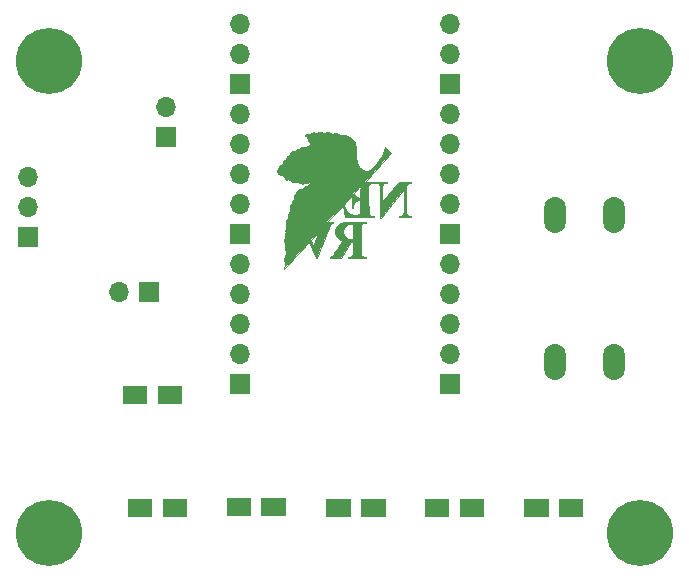
<source format=gbr>
%TF.GenerationSoftware,KiCad,Pcbnew,(6.0.9)*%
%TF.CreationDate,2022-11-23T22:08:25-07:00*%
%TF.ProjectId,AQM,41514d2e-6b69-4636-9164-5f7063625858,rev?*%
%TF.SameCoordinates,Original*%
%TF.FileFunction,Soldermask,Bot*%
%TF.FilePolarity,Negative*%
%FSLAX46Y46*%
G04 Gerber Fmt 4.6, Leading zero omitted, Abs format (unit mm)*
G04 Created by KiCad (PCBNEW (6.0.9)) date 2022-11-23 22:08:25*
%MOMM*%
%LPD*%
G01*
G04 APERTURE LIST*
G04 Aperture macros list*
%AMFreePoly0*
4,1,6,1.000000,0.000000,0.500000,-0.750000,-0.500000,-0.750000,-0.500000,0.750000,0.500000,0.750000,1.000000,0.000000,1.000000,0.000000,$1*%
G04 Aperture macros list end*
%ADD10C,0.066000*%
%ADD11C,5.600000*%
%ADD12O,1.700000X1.700000*%
%ADD13R,1.700000X1.700000*%
%ADD14O,1.850000X3.048000*%
%ADD15FreePoly0,0.000000*%
%ADD16FreePoly0,180.000000*%
%ADD17R,1.500000X1.500000*%
G04 APERTURE END LIST*
D10*
G36*
X145042290Y-108359762D02*
G01*
X145041100Y-108459005D01*
X145041716Y-108510794D01*
X145042940Y-108536672D01*
X145045009Y-108562327D01*
X145048097Y-108587600D01*
X145052380Y-108612331D01*
X145058033Y-108636361D01*
X145065231Y-108659531D01*
X145069465Y-108670744D01*
X145074150Y-108681682D01*
X145079310Y-108692325D01*
X145084965Y-108702653D01*
X145091138Y-108712647D01*
X145097851Y-108722286D01*
X145105126Y-108731551D01*
X145112984Y-108740422D01*
X145124448Y-108751074D01*
X145136382Y-108760644D01*
X145148746Y-108769194D01*
X145161501Y-108776788D01*
X145174606Y-108783490D01*
X145188021Y-108789363D01*
X145201708Y-108794472D01*
X145215626Y-108798879D01*
X145229734Y-108802650D01*
X145243994Y-108805847D01*
X145258366Y-108808534D01*
X145272809Y-108810775D01*
X145287285Y-108812634D01*
X145301752Y-108814174D01*
X145330503Y-108816553D01*
X145347081Y-108818247D01*
X145362186Y-108819400D01*
X145388197Y-108820971D01*
X145399215Y-108821837D01*
X145408982Y-108823053D01*
X145413415Y-108823862D01*
X145417555Y-108824842D01*
X145421411Y-108826022D01*
X145424988Y-108827429D01*
X145428295Y-108829090D01*
X145431339Y-108831034D01*
X145434125Y-108833289D01*
X145436661Y-108835883D01*
X145438954Y-108838843D01*
X145441012Y-108842197D01*
X145442840Y-108845974D01*
X145444446Y-108850200D01*
X145445838Y-108854905D01*
X145447021Y-108860115D01*
X145448003Y-108865859D01*
X145448790Y-108872164D01*
X145449391Y-108879060D01*
X145449811Y-108886572D01*
X145450139Y-108903560D01*
X143971004Y-108903560D01*
X143971004Y-108821990D01*
X144036260Y-108821990D01*
X144101516Y-108816552D01*
X144133904Y-108811582D01*
X144149169Y-108808427D01*
X144163830Y-108804827D01*
X144177897Y-108800780D01*
X144191382Y-108796287D01*
X144204296Y-108791348D01*
X144216649Y-108785964D01*
X144228452Y-108780133D01*
X144239716Y-108773856D01*
X144250453Y-108767132D01*
X144260673Y-108759963D01*
X144270387Y-108752348D01*
X144279606Y-108744286D01*
X144288342Y-108735779D01*
X144296604Y-108726825D01*
X144304404Y-108717426D01*
X144311754Y-108707580D01*
X144318663Y-108697288D01*
X144325143Y-108686550D01*
X144331205Y-108675366D01*
X144336859Y-108663736D01*
X144346990Y-108639138D01*
X144355624Y-108612755D01*
X144362848Y-108584588D01*
X144368749Y-108554636D01*
X144373416Y-108522900D01*
X144383017Y-108399844D01*
X144388030Y-108275642D01*
X144389475Y-108150674D01*
X144388370Y-108025324D01*
X144382592Y-107775007D01*
X144379958Y-107650804D01*
X144378853Y-107527747D01*
X144361772Y-107528313D01*
X144345187Y-107529979D01*
X144329084Y-107532699D01*
X144313449Y-107536425D01*
X144298268Y-107541111D01*
X144283527Y-107546710D01*
X144269212Y-107553175D01*
X144255309Y-107560460D01*
X144241805Y-107568518D01*
X144228685Y-107577301D01*
X144215935Y-107586764D01*
X144203542Y-107596859D01*
X144179769Y-107618758D01*
X144157255Y-107642625D01*
X144135889Y-107668085D01*
X144115557Y-107694764D01*
X144096150Y-107722287D01*
X144077555Y-107750280D01*
X144009070Y-107859465D01*
X143334758Y-108903560D01*
X142421174Y-108903560D01*
X142421174Y-108821990D01*
X142438302Y-108821471D01*
X142455022Y-108819942D01*
X142471342Y-108817442D01*
X142487269Y-108814014D01*
X142502809Y-108809697D01*
X142517971Y-108804533D01*
X142532759Y-108798563D01*
X142547183Y-108791827D01*
X142561247Y-108784365D01*
X142574961Y-108776220D01*
X142588329Y-108767432D01*
X142601361Y-108758041D01*
X142626438Y-108737615D01*
X142650249Y-108715270D01*
X142672850Y-108691332D01*
X142694295Y-108666126D01*
X142714641Y-108639981D01*
X142733943Y-108613223D01*
X142752258Y-108586178D01*
X142769641Y-108559172D01*
X142801834Y-108506587D01*
X142973810Y-108229929D01*
X143061073Y-108092874D01*
X143149866Y-107957349D01*
X143210194Y-107862609D01*
X143318444Y-107697005D01*
X143375564Y-107612642D01*
X143426694Y-107540578D01*
X143448140Y-107512285D01*
X143465843Y-107490818D01*
X143479053Y-107477429D01*
X143483739Y-107474154D01*
X143487021Y-107473368D01*
X143451472Y-107461273D01*
X143416242Y-107447474D01*
X143381394Y-107432049D01*
X143346993Y-107415079D01*
X143313101Y-107396644D01*
X143279783Y-107376822D01*
X143247101Y-107355694D01*
X143215121Y-107333339D01*
X143183906Y-107309837D01*
X143153519Y-107285268D01*
X143124024Y-107259711D01*
X143095486Y-107233246D01*
X143067966Y-107205953D01*
X143041530Y-107177910D01*
X143016242Y-107149199D01*
X142992164Y-107119898D01*
X142973011Y-107094080D01*
X142955311Y-107067637D01*
X142939048Y-107040612D01*
X142924210Y-107013050D01*
X142910781Y-106984994D01*
X142898748Y-106956487D01*
X142888098Y-106927575D01*
X142878815Y-106898300D01*
X142870887Y-106868706D01*
X142864299Y-106838837D01*
X142859037Y-106808738D01*
X142855088Y-106778451D01*
X142851070Y-106717491D01*
X142852064Y-106660388D01*
X143544121Y-106660388D01*
X143545119Y-106716024D01*
X143550068Y-106771549D01*
X143558841Y-106826595D01*
X143571311Y-106880797D01*
X143587349Y-106933789D01*
X143606828Y-106985203D01*
X143629621Y-107034673D01*
X143655600Y-107081833D01*
X143670747Y-107106073D01*
X143686604Y-107128859D01*
X143703148Y-107150238D01*
X143720357Y-107170254D01*
X143738206Y-107188951D01*
X143756674Y-107206375D01*
X143775737Y-107222570D01*
X143795373Y-107237581D01*
X143815559Y-107251453D01*
X143836271Y-107264230D01*
X143879184Y-107286682D01*
X143923930Y-107305294D01*
X143970324Y-107320425D01*
X144018184Y-107332434D01*
X144067326Y-107341678D01*
X144117568Y-107348517D01*
X144168726Y-107353308D01*
X144220616Y-107356411D01*
X144273057Y-107358183D01*
X144378853Y-107359171D01*
X144378853Y-106054052D01*
X144155895Y-106054052D01*
X144123222Y-106054877D01*
X144090533Y-106057344D01*
X144057940Y-106061436D01*
X144025553Y-106067137D01*
X143993486Y-106074431D01*
X143961848Y-106083302D01*
X143930752Y-106093735D01*
X143900309Y-106105713D01*
X143870631Y-106119220D01*
X143841830Y-106134241D01*
X143814016Y-106150759D01*
X143787301Y-106168759D01*
X143761797Y-106188225D01*
X143737616Y-106209141D01*
X143714868Y-106231490D01*
X143693665Y-106255257D01*
X143675437Y-106276550D01*
X143658467Y-106298594D01*
X143642740Y-106321343D01*
X143628239Y-106344751D01*
X143614950Y-106368772D01*
X143602855Y-106393361D01*
X143591939Y-106418471D01*
X143582186Y-106444058D01*
X143566106Y-106496476D01*
X143554487Y-106550248D01*
X143547201Y-106605007D01*
X143544121Y-106660388D01*
X142852064Y-106660388D01*
X142852135Y-106656309D01*
X142858170Y-106595253D01*
X142869065Y-106534676D01*
X142884707Y-106474927D01*
X142904985Y-106416357D01*
X142929788Y-106359316D01*
X142959004Y-106304156D01*
X142992522Y-106251226D01*
X143030229Y-106200876D01*
X143067997Y-106157249D01*
X143107795Y-106117979D01*
X143149490Y-106082835D01*
X143192944Y-106051587D01*
X143238024Y-106024002D01*
X143284594Y-105999851D01*
X143332518Y-105978902D01*
X143381660Y-105960925D01*
X143431886Y-105945688D01*
X143483060Y-105932960D01*
X143535046Y-105922510D01*
X143587709Y-105914107D01*
X143640914Y-105907521D01*
X143694525Y-105902520D01*
X143802425Y-105896349D01*
X143916623Y-105892993D01*
X144030821Y-105890911D01*
X144259217Y-105889551D01*
X144716009Y-105890911D01*
X145450139Y-105890911D01*
X145450139Y-105967043D01*
X145449654Y-105966596D01*
X145448241Y-105966270D01*
X145442863Y-105965960D01*
X145423543Y-105966533D01*
X145395939Y-105968381D01*
X145363811Y-105971122D01*
X145330917Y-105974372D01*
X145301019Y-105977749D01*
X145277875Y-105980872D01*
X145270012Y-105982218D01*
X145265247Y-105983357D01*
X145252956Y-105985592D01*
X145240585Y-105988232D01*
X145228182Y-105991303D01*
X145215795Y-105994828D01*
X145203472Y-105998831D01*
X145191260Y-106003335D01*
X145179208Y-106008366D01*
X145167363Y-106013946D01*
X145155773Y-106020099D01*
X145144485Y-106026850D01*
X145133548Y-106034223D01*
X145123009Y-106042240D01*
X145112916Y-106050927D01*
X145103318Y-106060307D01*
X145094260Y-106070404D01*
X145089950Y-106075728D01*
X145085793Y-106081241D01*
X145078013Y-106094778D01*
X145070966Y-106108855D01*
X145064620Y-106123440D01*
X145058943Y-106138500D01*
X145049469Y-106169913D01*
X145042289Y-106202832D01*
X145037149Y-106236993D01*
X145033792Y-106272134D01*
X145031966Y-106307992D01*
X145031413Y-106344304D01*
X145042289Y-106619603D01*
X145042289Y-108359762D01*
X145042290Y-108359762D01*
G37*
X145042290Y-108359762D02*
X145041100Y-108459005D01*
X145041716Y-108510794D01*
X145042940Y-108536672D01*
X145045009Y-108562327D01*
X145048097Y-108587600D01*
X145052380Y-108612331D01*
X145058033Y-108636361D01*
X145065231Y-108659531D01*
X145069465Y-108670744D01*
X145074150Y-108681682D01*
X145079310Y-108692325D01*
X145084965Y-108702653D01*
X145091138Y-108712647D01*
X145097851Y-108722286D01*
X145105126Y-108731551D01*
X145112984Y-108740422D01*
X145124448Y-108751074D01*
X145136382Y-108760644D01*
X145148746Y-108769194D01*
X145161501Y-108776788D01*
X145174606Y-108783490D01*
X145188021Y-108789363D01*
X145201708Y-108794472D01*
X145215626Y-108798879D01*
X145229734Y-108802650D01*
X145243994Y-108805847D01*
X145258366Y-108808534D01*
X145272809Y-108810775D01*
X145287285Y-108812634D01*
X145301752Y-108814174D01*
X145330503Y-108816553D01*
X145347081Y-108818247D01*
X145362186Y-108819400D01*
X145388197Y-108820971D01*
X145399215Y-108821837D01*
X145408982Y-108823053D01*
X145413415Y-108823862D01*
X145417555Y-108824842D01*
X145421411Y-108826022D01*
X145424988Y-108827429D01*
X145428295Y-108829090D01*
X145431339Y-108831034D01*
X145434125Y-108833289D01*
X145436661Y-108835883D01*
X145438954Y-108838843D01*
X145441012Y-108842197D01*
X145442840Y-108845974D01*
X145444446Y-108850200D01*
X145445838Y-108854905D01*
X145447021Y-108860115D01*
X145448003Y-108865859D01*
X145448790Y-108872164D01*
X145449391Y-108879060D01*
X145449811Y-108886572D01*
X145450139Y-108903560D01*
X143971004Y-108903560D01*
X143971004Y-108821990D01*
X144036260Y-108821990D01*
X144101516Y-108816552D01*
X144133904Y-108811582D01*
X144149169Y-108808427D01*
X144163830Y-108804827D01*
X144177897Y-108800780D01*
X144191382Y-108796287D01*
X144204296Y-108791348D01*
X144216649Y-108785964D01*
X144228452Y-108780133D01*
X144239716Y-108773856D01*
X144250453Y-108767132D01*
X144260673Y-108759963D01*
X144270387Y-108752348D01*
X144279606Y-108744286D01*
X144288342Y-108735779D01*
X144296604Y-108726825D01*
X144304404Y-108717426D01*
X144311754Y-108707580D01*
X144318663Y-108697288D01*
X144325143Y-108686550D01*
X144331205Y-108675366D01*
X144336859Y-108663736D01*
X144346990Y-108639138D01*
X144355624Y-108612755D01*
X144362848Y-108584588D01*
X144368749Y-108554636D01*
X144373416Y-108522900D01*
X144383017Y-108399844D01*
X144388030Y-108275642D01*
X144389475Y-108150674D01*
X144388370Y-108025324D01*
X144382592Y-107775007D01*
X144379958Y-107650804D01*
X144378853Y-107527747D01*
X144361772Y-107528313D01*
X144345187Y-107529979D01*
X144329084Y-107532699D01*
X144313449Y-107536425D01*
X144298268Y-107541111D01*
X144283527Y-107546710D01*
X144269212Y-107553175D01*
X144255309Y-107560460D01*
X144241805Y-107568518D01*
X144228685Y-107577301D01*
X144215935Y-107586764D01*
X144203542Y-107596859D01*
X144179769Y-107618758D01*
X144157255Y-107642625D01*
X144135889Y-107668085D01*
X144115557Y-107694764D01*
X144096150Y-107722287D01*
X144077555Y-107750280D01*
X144009070Y-107859465D01*
X143334758Y-108903560D01*
X142421174Y-108903560D01*
X142421174Y-108821990D01*
X142438302Y-108821471D01*
X142455022Y-108819942D01*
X142471342Y-108817442D01*
X142487269Y-108814014D01*
X142502809Y-108809697D01*
X142517971Y-108804533D01*
X142532759Y-108798563D01*
X142547183Y-108791827D01*
X142561247Y-108784365D01*
X142574961Y-108776220D01*
X142588329Y-108767432D01*
X142601361Y-108758041D01*
X142626438Y-108737615D01*
X142650249Y-108715270D01*
X142672850Y-108691332D01*
X142694295Y-108666126D01*
X142714641Y-108639981D01*
X142733943Y-108613223D01*
X142752258Y-108586178D01*
X142769641Y-108559172D01*
X142801834Y-108506587D01*
X142973810Y-108229929D01*
X143061073Y-108092874D01*
X143149866Y-107957349D01*
X143210194Y-107862609D01*
X143318444Y-107697005D01*
X143375564Y-107612642D01*
X143426694Y-107540578D01*
X143448140Y-107512285D01*
X143465843Y-107490818D01*
X143479053Y-107477429D01*
X143483739Y-107474154D01*
X143487021Y-107473368D01*
X143451472Y-107461273D01*
X143416242Y-107447474D01*
X143381394Y-107432049D01*
X143346993Y-107415079D01*
X143313101Y-107396644D01*
X143279783Y-107376822D01*
X143247101Y-107355694D01*
X143215121Y-107333339D01*
X143183906Y-107309837D01*
X143153519Y-107285268D01*
X143124024Y-107259711D01*
X143095486Y-107233246D01*
X143067966Y-107205953D01*
X143041530Y-107177910D01*
X143016242Y-107149199D01*
X142992164Y-107119898D01*
X142973011Y-107094080D01*
X142955311Y-107067637D01*
X142939048Y-107040612D01*
X142924210Y-107013050D01*
X142910781Y-106984994D01*
X142898748Y-106956487D01*
X142888098Y-106927575D01*
X142878815Y-106898300D01*
X142870887Y-106868706D01*
X142864299Y-106838837D01*
X142859037Y-106808738D01*
X142855088Y-106778451D01*
X142851070Y-106717491D01*
X142852064Y-106660388D01*
X143544121Y-106660388D01*
X143545119Y-106716024D01*
X143550068Y-106771549D01*
X143558841Y-106826595D01*
X143571311Y-106880797D01*
X143587349Y-106933789D01*
X143606828Y-106985203D01*
X143629621Y-107034673D01*
X143655600Y-107081833D01*
X143670747Y-107106073D01*
X143686604Y-107128859D01*
X143703148Y-107150238D01*
X143720357Y-107170254D01*
X143738206Y-107188951D01*
X143756674Y-107206375D01*
X143775737Y-107222570D01*
X143795373Y-107237581D01*
X143815559Y-107251453D01*
X143836271Y-107264230D01*
X143879184Y-107286682D01*
X143923930Y-107305294D01*
X143970324Y-107320425D01*
X144018184Y-107332434D01*
X144067326Y-107341678D01*
X144117568Y-107348517D01*
X144168726Y-107353308D01*
X144220616Y-107356411D01*
X144273057Y-107358183D01*
X144378853Y-107359171D01*
X144378853Y-106054052D01*
X144155895Y-106054052D01*
X144123222Y-106054877D01*
X144090533Y-106057344D01*
X144057940Y-106061436D01*
X144025553Y-106067137D01*
X143993486Y-106074431D01*
X143961848Y-106083302D01*
X143930752Y-106093735D01*
X143900309Y-106105713D01*
X143870631Y-106119220D01*
X143841830Y-106134241D01*
X143814016Y-106150759D01*
X143787301Y-106168759D01*
X143761797Y-106188225D01*
X143737616Y-106209141D01*
X143714868Y-106231490D01*
X143693665Y-106255257D01*
X143675437Y-106276550D01*
X143658467Y-106298594D01*
X143642740Y-106321343D01*
X143628239Y-106344751D01*
X143614950Y-106368772D01*
X143602855Y-106393361D01*
X143591939Y-106418471D01*
X143582186Y-106444058D01*
X143566106Y-106496476D01*
X143554487Y-106550248D01*
X143547201Y-106605007D01*
X143544121Y-106660388D01*
X142852064Y-106660388D01*
X142852135Y-106656309D01*
X142858170Y-106595253D01*
X142869065Y-106534676D01*
X142884707Y-106474927D01*
X142904985Y-106416357D01*
X142929788Y-106359316D01*
X142959004Y-106304156D01*
X142992522Y-106251226D01*
X143030229Y-106200876D01*
X143067997Y-106157249D01*
X143107795Y-106117979D01*
X143149490Y-106082835D01*
X143192944Y-106051587D01*
X143238024Y-106024002D01*
X143284594Y-105999851D01*
X143332518Y-105978902D01*
X143381660Y-105960925D01*
X143431886Y-105945688D01*
X143483060Y-105932960D01*
X143535046Y-105922510D01*
X143587709Y-105914107D01*
X143640914Y-105907521D01*
X143694525Y-105902520D01*
X143802425Y-105896349D01*
X143916623Y-105892993D01*
X144030821Y-105890911D01*
X144259217Y-105889551D01*
X144716009Y-105890911D01*
X145450139Y-105890911D01*
X145450139Y-105967043D01*
X145449654Y-105966596D01*
X145448241Y-105966270D01*
X145442863Y-105965960D01*
X145423543Y-105966533D01*
X145395939Y-105968381D01*
X145363811Y-105971122D01*
X145330917Y-105974372D01*
X145301019Y-105977749D01*
X145277875Y-105980872D01*
X145270012Y-105982218D01*
X145265247Y-105983357D01*
X145252956Y-105985592D01*
X145240585Y-105988232D01*
X145228182Y-105991303D01*
X145215795Y-105994828D01*
X145203472Y-105998831D01*
X145191260Y-106003335D01*
X145179208Y-106008366D01*
X145167363Y-106013946D01*
X145155773Y-106020099D01*
X145144485Y-106026850D01*
X145133548Y-106034223D01*
X145123009Y-106042240D01*
X145112916Y-106050927D01*
X145103318Y-106060307D01*
X145094260Y-106070404D01*
X145089950Y-106075728D01*
X145085793Y-106081241D01*
X145078013Y-106094778D01*
X145070966Y-106108855D01*
X145064620Y-106123440D01*
X145058943Y-106138500D01*
X145049469Y-106169913D01*
X145042289Y-106202832D01*
X145037149Y-106236993D01*
X145033792Y-106272134D01*
X145031966Y-106307992D01*
X145031413Y-106344304D01*
X145042289Y-106619603D01*
X145042289Y-108359762D01*
X145042290Y-108359762D01*
G36*
X147288182Y-102541104D02*
G01*
X147287761Y-102540642D01*
X147286532Y-102540269D01*
X147281863Y-102539777D01*
X147265156Y-102539660D01*
X147241439Y-102540435D01*
X147214090Y-102541784D01*
X147135919Y-102546542D01*
X147109734Y-102550601D01*
X147085186Y-102555623D01*
X147062220Y-102561586D01*
X147040786Y-102568464D01*
X147020828Y-102576235D01*
X147002296Y-102584874D01*
X146985136Y-102594357D01*
X146969295Y-102604661D01*
X146954721Y-102615761D01*
X146941360Y-102627634D01*
X146929161Y-102640256D01*
X146918069Y-102653603D01*
X146908034Y-102667651D01*
X146899001Y-102682375D01*
X146890917Y-102697753D01*
X146883731Y-102713761D01*
X146877390Y-102730373D01*
X146871840Y-102747568D01*
X146862904Y-102783605D01*
X146856500Y-102821682D01*
X146852208Y-102861606D01*
X146849605Y-102903188D01*
X146848268Y-102946235D01*
X146847705Y-103035962D01*
X146850849Y-103204115D01*
X146852463Y-103373798D01*
X146853143Y-103715712D01*
X146851581Y-103760575D01*
X146850849Y-103805439D01*
X146851103Y-103895166D01*
X146852378Y-103984893D01*
X146853143Y-104074620D01*
X146853812Y-104088300D01*
X146855437Y-104107588D01*
X146857444Y-104130444D01*
X146859260Y-104154830D01*
X146860312Y-104178706D01*
X146860372Y-104189816D01*
X146860025Y-104200033D01*
X146859201Y-104209104D01*
X146857827Y-104216772D01*
X146856911Y-104220001D01*
X146855831Y-104222784D01*
X146854626Y-104225000D01*
X146853143Y-104226883D01*
X146854578Y-104225088D01*
X146854626Y-104225000D01*
X148245270Y-102459534D01*
X149316556Y-102459534D01*
X149316556Y-102541104D01*
X149276781Y-102542022D01*
X149237206Y-102544875D01*
X149198156Y-102549815D01*
X149159958Y-102556993D01*
X149141281Y-102561469D01*
X149122940Y-102566562D01*
X149104975Y-102572289D01*
X149087427Y-102578671D01*
X149070337Y-102585726D01*
X149053746Y-102593473D01*
X149037695Y-102601931D01*
X149022224Y-102611118D01*
X149007375Y-102621055D01*
X148993187Y-102631759D01*
X148979703Y-102643250D01*
X148966963Y-102655546D01*
X148955007Y-102668667D01*
X148943876Y-102682631D01*
X148933612Y-102697458D01*
X148924255Y-102713166D01*
X148915846Y-102729774D01*
X148908426Y-102747301D01*
X148902035Y-102765765D01*
X148896715Y-102785187D01*
X148892506Y-102805585D01*
X148889449Y-102826977D01*
X148887584Y-102849383D01*
X148886954Y-102872822D01*
X148886954Y-104950137D01*
X148886943Y-105000163D01*
X148887889Y-105051590D01*
X148889178Y-105077471D01*
X148891256Y-105103272D01*
X148894305Y-105128850D01*
X148898510Y-105154062D01*
X148904053Y-105178764D01*
X148911117Y-105202813D01*
X148915277Y-105214548D01*
X148919886Y-105226065D01*
X148924967Y-105237348D01*
X148930543Y-105248377D01*
X148936637Y-105259136D01*
X148943271Y-105269606D01*
X148950469Y-105279770D01*
X148958253Y-105289609D01*
X148966647Y-105299105D01*
X148975673Y-105308241D01*
X148985355Y-105316998D01*
X148995714Y-105325359D01*
X149004694Y-105330399D01*
X149018868Y-105337128D01*
X149059611Y-105354249D01*
X149111569Y-105373919D01*
X149168371Y-105393334D01*
X149196596Y-105402070D01*
X149223643Y-105409691D01*
X149248714Y-105415845D01*
X149271013Y-105420184D01*
X149289743Y-105422356D01*
X149297521Y-105422520D01*
X149304108Y-105422011D01*
X149309405Y-105420785D01*
X149313311Y-105418798D01*
X149315728Y-105416007D01*
X149316556Y-105412367D01*
X149316556Y-105493937D01*
X148267022Y-105493937D01*
X148267022Y-105412367D01*
X148293534Y-105411813D01*
X148319038Y-105410163D01*
X148343544Y-105407438D01*
X148367062Y-105403658D01*
X148389606Y-105398842D01*
X148411184Y-105393010D01*
X148431808Y-105386183D01*
X148451490Y-105378379D01*
X148470239Y-105369620D01*
X148488067Y-105359925D01*
X148504985Y-105349314D01*
X148521005Y-105337807D01*
X148536135Y-105325423D01*
X148550389Y-105312184D01*
X148563777Y-105298107D01*
X148576309Y-105283215D01*
X148587996Y-105267525D01*
X148598851Y-105251059D01*
X148608882Y-105233836D01*
X148618103Y-105215877D01*
X148626522Y-105197200D01*
X148634152Y-105177827D01*
X148641004Y-105157776D01*
X148647088Y-105137068D01*
X148656996Y-105093761D01*
X148663964Y-105048064D01*
X148668081Y-105000136D01*
X148669434Y-104950137D01*
X148669434Y-103074028D01*
X146700879Y-105537442D01*
X146635622Y-105537442D01*
X146635622Y-103851662D01*
X146636557Y-103640430D01*
X146639021Y-103430217D01*
X146646499Y-103008772D01*
X146645670Y-102945449D01*
X146644276Y-102912633D01*
X146641910Y-102879450D01*
X146638334Y-102846203D01*
X146633307Y-102813195D01*
X146626592Y-102780729D01*
X146617949Y-102749108D01*
X146612830Y-102733708D01*
X146607140Y-102718633D01*
X146600848Y-102703920D01*
X146593924Y-102689608D01*
X146586340Y-102675734D01*
X146578064Y-102662336D01*
X146569068Y-102649452D01*
X146559321Y-102637119D01*
X146548793Y-102625376D01*
X146537455Y-102614260D01*
X146525276Y-102603809D01*
X146512227Y-102594061D01*
X146498278Y-102585054D01*
X146483399Y-102576825D01*
X146467560Y-102569414D01*
X146450731Y-102562856D01*
X146432176Y-102559691D01*
X146400174Y-102554869D01*
X146359634Y-102549282D01*
X146315460Y-102543823D01*
X146272562Y-102539384D01*
X146235845Y-102536856D01*
X146221338Y-102536588D01*
X146210216Y-102537132D01*
X146206117Y-102537744D01*
X146203093Y-102538601D01*
X146201223Y-102539716D01*
X146200583Y-102541104D01*
X146200583Y-102459534D01*
X147288182Y-102459534D01*
X147288182Y-102541104D01*
G37*
X147288182Y-102541104D02*
X147287761Y-102540642D01*
X147286532Y-102540269D01*
X147281863Y-102539777D01*
X147265156Y-102539660D01*
X147241439Y-102540435D01*
X147214090Y-102541784D01*
X147135919Y-102546542D01*
X147109734Y-102550601D01*
X147085186Y-102555623D01*
X147062220Y-102561586D01*
X147040786Y-102568464D01*
X147020828Y-102576235D01*
X147002296Y-102584874D01*
X146985136Y-102594357D01*
X146969295Y-102604661D01*
X146954721Y-102615761D01*
X146941360Y-102627634D01*
X146929161Y-102640256D01*
X146918069Y-102653603D01*
X146908034Y-102667651D01*
X146899001Y-102682375D01*
X146890917Y-102697753D01*
X146883731Y-102713761D01*
X146877390Y-102730373D01*
X146871840Y-102747568D01*
X146862904Y-102783605D01*
X146856500Y-102821682D01*
X146852208Y-102861606D01*
X146849605Y-102903188D01*
X146848268Y-102946235D01*
X146847705Y-103035962D01*
X146850849Y-103204115D01*
X146852463Y-103373798D01*
X146853143Y-103715712D01*
X146851581Y-103760575D01*
X146850849Y-103805439D01*
X146851103Y-103895166D01*
X146852378Y-103984893D01*
X146853143Y-104074620D01*
X146853812Y-104088300D01*
X146855437Y-104107588D01*
X146857444Y-104130444D01*
X146859260Y-104154830D01*
X146860312Y-104178706D01*
X146860372Y-104189816D01*
X146860025Y-104200033D01*
X146859201Y-104209104D01*
X146857827Y-104216772D01*
X146856911Y-104220001D01*
X146855831Y-104222784D01*
X146854626Y-104225000D01*
X146853143Y-104226883D01*
X146854578Y-104225088D01*
X146854626Y-104225000D01*
X148245270Y-102459534D01*
X149316556Y-102459534D01*
X149316556Y-102541104D01*
X149276781Y-102542022D01*
X149237206Y-102544875D01*
X149198156Y-102549815D01*
X149159958Y-102556993D01*
X149141281Y-102561469D01*
X149122940Y-102566562D01*
X149104975Y-102572289D01*
X149087427Y-102578671D01*
X149070337Y-102585726D01*
X149053746Y-102593473D01*
X149037695Y-102601931D01*
X149022224Y-102611118D01*
X149007375Y-102621055D01*
X148993187Y-102631759D01*
X148979703Y-102643250D01*
X148966963Y-102655546D01*
X148955007Y-102668667D01*
X148943876Y-102682631D01*
X148933612Y-102697458D01*
X148924255Y-102713166D01*
X148915846Y-102729774D01*
X148908426Y-102747301D01*
X148902035Y-102765765D01*
X148896715Y-102785187D01*
X148892506Y-102805585D01*
X148889449Y-102826977D01*
X148887584Y-102849383D01*
X148886954Y-102872822D01*
X148886954Y-104950137D01*
X148886943Y-105000163D01*
X148887889Y-105051590D01*
X148889178Y-105077471D01*
X148891256Y-105103272D01*
X148894305Y-105128850D01*
X148898510Y-105154062D01*
X148904053Y-105178764D01*
X148911117Y-105202813D01*
X148915277Y-105214548D01*
X148919886Y-105226065D01*
X148924967Y-105237348D01*
X148930543Y-105248377D01*
X148936637Y-105259136D01*
X148943271Y-105269606D01*
X148950469Y-105279770D01*
X148958253Y-105289609D01*
X148966647Y-105299105D01*
X148975673Y-105308241D01*
X148985355Y-105316998D01*
X148995714Y-105325359D01*
X149004694Y-105330399D01*
X149018868Y-105337128D01*
X149059611Y-105354249D01*
X149111569Y-105373919D01*
X149168371Y-105393334D01*
X149196596Y-105402070D01*
X149223643Y-105409691D01*
X149248714Y-105415845D01*
X149271013Y-105420184D01*
X149289743Y-105422356D01*
X149297521Y-105422520D01*
X149304108Y-105422011D01*
X149309405Y-105420785D01*
X149313311Y-105418798D01*
X149315728Y-105416007D01*
X149316556Y-105412367D01*
X149316556Y-105493937D01*
X148267022Y-105493937D01*
X148267022Y-105412367D01*
X148293534Y-105411813D01*
X148319038Y-105410163D01*
X148343544Y-105407438D01*
X148367062Y-105403658D01*
X148389606Y-105398842D01*
X148411184Y-105393010D01*
X148431808Y-105386183D01*
X148451490Y-105378379D01*
X148470239Y-105369620D01*
X148488067Y-105359925D01*
X148504985Y-105349314D01*
X148521005Y-105337807D01*
X148536135Y-105325423D01*
X148550389Y-105312184D01*
X148563777Y-105298107D01*
X148576309Y-105283215D01*
X148587996Y-105267525D01*
X148598851Y-105251059D01*
X148608882Y-105233836D01*
X148618103Y-105215877D01*
X148626522Y-105197200D01*
X148634152Y-105177827D01*
X148641004Y-105157776D01*
X148647088Y-105137068D01*
X148656996Y-105093761D01*
X148663964Y-105048064D01*
X148668081Y-105000136D01*
X148669434Y-104950137D01*
X148669434Y-103074028D01*
X146700879Y-105537442D01*
X146635622Y-105537442D01*
X146635622Y-103851662D01*
X146636557Y-103640430D01*
X146639021Y-103430217D01*
X146646499Y-103008772D01*
X146645670Y-102945449D01*
X146644276Y-102912633D01*
X146641910Y-102879450D01*
X146638334Y-102846203D01*
X146633307Y-102813195D01*
X146626592Y-102780729D01*
X146617949Y-102749108D01*
X146612830Y-102733708D01*
X146607140Y-102718633D01*
X146600848Y-102703920D01*
X146593924Y-102689608D01*
X146586340Y-102675734D01*
X146578064Y-102662336D01*
X146569068Y-102649452D01*
X146559321Y-102637119D01*
X146548793Y-102625376D01*
X146537455Y-102614260D01*
X146525276Y-102603809D01*
X146512227Y-102594061D01*
X146498278Y-102585054D01*
X146483399Y-102576825D01*
X146467560Y-102569414D01*
X146450731Y-102562856D01*
X146432176Y-102559691D01*
X146400174Y-102554869D01*
X146359634Y-102549282D01*
X146315460Y-102543823D01*
X146272562Y-102539384D01*
X146235845Y-102536856D01*
X146221338Y-102536588D01*
X146210216Y-102537132D01*
X146206117Y-102537744D01*
X146203093Y-102538601D01*
X146201223Y-102539716D01*
X146200583Y-102541104D01*
X146200583Y-102459534D01*
X147288182Y-102459534D01*
X147288182Y-102541104D01*
G36*
X142120895Y-106913085D02*
G01*
X141982056Y-107269443D01*
X141845256Y-107625802D01*
X141775391Y-107803026D01*
X141703358Y-107979102D01*
X141602330Y-108227890D01*
X141502832Y-108476678D01*
X141306384Y-108974255D01*
X141208500Y-108974255D01*
X140632071Y-107593004D01*
X138571071Y-109838896D01*
X138571071Y-109800831D01*
X138569764Y-109762319D01*
X138569796Y-109724189D01*
X138570975Y-109686314D01*
X138573110Y-109648567D01*
X138576009Y-109610819D01*
X138579483Y-109572945D01*
X138587385Y-109496303D01*
X138588812Y-109464695D01*
X138589116Y-109433086D01*
X138588448Y-109401478D01*
X138586960Y-109369869D01*
X138582127Y-109306653D01*
X138575829Y-109243436D01*
X138569275Y-109180219D01*
X138563678Y-109117002D01*
X138561616Y-109085394D01*
X138560247Y-109053786D01*
X138559723Y-109022177D01*
X138560194Y-108990569D01*
X138562078Y-108959452D01*
X138565580Y-108929243D01*
X138570530Y-108899831D01*
X138576764Y-108871103D01*
X138584112Y-108842949D01*
X138592409Y-108815258D01*
X138601486Y-108787916D01*
X138611176Y-108760814D01*
X138652725Y-108652564D01*
X138672831Y-108596973D01*
X138682131Y-108568421D01*
X138690706Y-108539216D01*
X138693327Y-108522964D01*
X138695103Y-108506832D01*
X138696083Y-108490811D01*
X138696314Y-108474894D01*
X138695844Y-108459073D01*
X138694721Y-108443339D01*
X138692993Y-108427685D01*
X138690706Y-108412103D01*
X138687910Y-108396584D01*
X138684652Y-108381121D01*
X138680980Y-108365706D01*
X138676941Y-108350330D01*
X138667956Y-108319667D01*
X138658078Y-108289068D01*
X138648876Y-108260700D01*
X138641562Y-108232659D01*
X138635984Y-108204889D01*
X138631992Y-108177334D01*
X138629434Y-108149938D01*
X138628158Y-108122646D01*
X138628013Y-108095401D01*
X138628849Y-108068149D01*
X138630512Y-108040833D01*
X138632853Y-108013397D01*
X138638960Y-107957945D01*
X138652640Y-107843152D01*
X138654165Y-107828570D01*
X138654704Y-107814374D01*
X138654326Y-107800537D01*
X138653097Y-107787030D01*
X138651082Y-107773826D01*
X138648350Y-107760897D01*
X138644967Y-107748215D01*
X138640999Y-107735752D01*
X138631577Y-107711371D01*
X138620617Y-107687532D01*
X138596220Y-107640587D01*
X138583851Y-107617034D01*
X138572079Y-107593132D01*
X138561438Y-107568655D01*
X138556708Y-107556132D01*
X138552461Y-107543382D01*
X138548765Y-107530378D01*
X138545684Y-107517090D01*
X138543286Y-107503492D01*
X138541639Y-107489555D01*
X138540808Y-107475251D01*
X138540860Y-107460554D01*
X138541862Y-107445434D01*
X138542470Y-107440740D01*
X140773461Y-107440740D01*
X140878297Y-107696826D01*
X140985543Y-107951911D01*
X140984774Y-107949050D01*
X140984486Y-107945592D01*
X140984653Y-107941576D01*
X140985246Y-107937042D01*
X140987598Y-107926580D01*
X140991321Y-107914525D01*
X140996191Y-107901196D01*
X141001985Y-107886911D01*
X141015452Y-107856747D01*
X141061675Y-107761582D01*
X141144180Y-107546356D01*
X141228214Y-107332660D01*
X141398831Y-106907816D01*
X141502153Y-106646792D01*
X140773461Y-107440740D01*
X138542470Y-107440740D01*
X138543880Y-107429864D01*
X138546282Y-107414936D01*
X138549328Y-107400677D01*
X138552901Y-107386992D01*
X138556880Y-107373785D01*
X138565578Y-107348421D01*
X138574468Y-107323823D01*
X138578686Y-107311572D01*
X138582593Y-107299225D01*
X138586070Y-107286687D01*
X138588997Y-107273862D01*
X138591256Y-107260654D01*
X138592725Y-107246969D01*
X138593286Y-107232710D01*
X138593189Y-107225336D01*
X138592820Y-107217782D01*
X138588317Y-107162298D01*
X138586416Y-107135288D01*
X138585344Y-107108343D01*
X138585257Y-107094794D01*
X138585545Y-107081142D01*
X138586264Y-107067346D01*
X138587468Y-107053368D01*
X138589214Y-107039166D01*
X138591557Y-107024701D01*
X138594554Y-107009934D01*
X138598260Y-106994824D01*
X138602577Y-106980549D01*
X138607309Y-106966275D01*
X138617632Y-106937725D01*
X138639044Y-106880626D01*
X138643999Y-106866352D01*
X138648603Y-106852077D01*
X138652761Y-106837802D01*
X138656377Y-106823527D01*
X138659356Y-106809253D01*
X138661603Y-106794978D01*
X138663021Y-106780703D01*
X138663515Y-106766428D01*
X138664053Y-106748258D01*
X138663738Y-106730423D01*
X138662738Y-106712874D01*
X138661221Y-106695564D01*
X138653319Y-106627759D01*
X138651722Y-106610928D01*
X138650610Y-106594048D01*
X138650152Y-106577073D01*
X138650515Y-106559954D01*
X138651865Y-106542645D01*
X138654370Y-106525096D01*
X138658197Y-106507261D01*
X138663515Y-106489091D01*
X138676738Y-106448369D01*
X138687731Y-106411089D01*
X138692331Y-106393381D01*
X138696302Y-106376103D01*
X138699620Y-106359112D01*
X138702261Y-106342264D01*
X138704200Y-106325417D01*
X138705415Y-106308426D01*
X138705881Y-106291148D01*
X138705575Y-106273440D01*
X138704471Y-106255158D01*
X138702548Y-106236160D01*
X138699780Y-106216301D01*
X138696143Y-106195438D01*
X138685756Y-106140134D01*
X138676261Y-106081325D01*
X138672446Y-106051104D01*
X138669570Y-106020605D01*
X138667873Y-105990025D01*
X138667595Y-105959565D01*
X138668973Y-105929424D01*
X138672247Y-105899800D01*
X138677656Y-105870894D01*
X138685438Y-105842903D01*
X138690294Y-105829314D01*
X138695834Y-105816028D01*
X138702086Y-105803071D01*
X138709081Y-105790467D01*
X138716848Y-105778242D01*
X138725418Y-105766420D01*
X138734821Y-105755026D01*
X138745086Y-105744085D01*
X138756108Y-105731555D01*
X138766732Y-105720315D01*
X138776941Y-105710127D01*
X138786720Y-105700751D01*
X138804924Y-105683481D01*
X138813318Y-105675109D01*
X138821217Y-105666593D01*
X138828607Y-105657696D01*
X138832105Y-105653029D01*
X138835470Y-105648176D01*
X138838700Y-105643109D01*
X138841793Y-105637797D01*
X138844746Y-105632210D01*
X138847557Y-105626318D01*
X138850225Y-105620092D01*
X138852748Y-105613501D01*
X138855124Y-105606516D01*
X138857350Y-105599107D01*
X138859425Y-105591244D01*
X138861346Y-105582896D01*
X138863112Y-105574035D01*
X138864721Y-105564631D01*
X138868322Y-105536081D01*
X138871094Y-105507532D01*
X138873229Y-105478982D01*
X138874918Y-105450433D01*
X138877722Y-105393334D01*
X138879219Y-105364785D01*
X138881035Y-105336235D01*
X138883362Y-105307696D01*
X138886389Y-105279221D01*
X138890308Y-105250873D01*
X138895311Y-105222717D01*
X138898278Y-105208730D01*
X138901588Y-105194815D01*
X138905264Y-105180980D01*
X138909330Y-105167232D01*
X138913811Y-105153580D01*
X138918730Y-105140032D01*
X138924111Y-105126595D01*
X138929978Y-105113277D01*
X139055053Y-104939261D01*
X139059791Y-104927488D01*
X139063840Y-104915625D01*
X139067242Y-104903676D01*
X139070039Y-104891647D01*
X139073991Y-104867365D01*
X139076040Y-104842821D01*
X139076527Y-104818054D01*
X139075795Y-104793104D01*
X139072046Y-104742813D01*
X139067532Y-104692268D01*
X139065844Y-104666999D01*
X139064993Y-104641786D01*
X139065321Y-104616668D01*
X139067171Y-104591686D01*
X139070884Y-104566879D01*
X139073547Y-104554554D01*
X139076804Y-104542287D01*
X139163810Y-104357396D01*
X139171521Y-104332691D01*
X139178594Y-104307604D01*
X139192360Y-104256792D01*
X139199816Y-104231323D01*
X139203855Y-104218628D01*
X139208164Y-104205981D01*
X139212793Y-104193397D01*
X139217787Y-104180894D01*
X139223196Y-104168486D01*
X139229067Y-104156189D01*
X139234288Y-104146736D01*
X139239735Y-104137724D01*
X139245379Y-104129119D01*
X139251191Y-104120885D01*
X139263205Y-104105383D01*
X139275545Y-104090933D01*
X139300281Y-104064041D01*
X139312215Y-104051025D01*
X139323552Y-104037913D01*
X139334060Y-104024419D01*
X139338931Y-104017439D01*
X139343509Y-104010256D01*
X139347764Y-104002833D01*
X139351667Y-103995137D01*
X139355190Y-103987129D01*
X139358304Y-103978775D01*
X139360980Y-103970038D01*
X139363188Y-103960883D01*
X139364901Y-103951275D01*
X139366089Y-103941176D01*
X139366724Y-103930552D01*
X139366775Y-103919366D01*
X139366216Y-103907582D01*
X139365016Y-103895165D01*
X139361673Y-103877180D01*
X139357900Y-103859871D01*
X139349892Y-103826935D01*
X139342648Y-103795656D01*
X139339831Y-103780419D01*
X139337826Y-103765333D01*
X139336841Y-103750311D01*
X139336796Y-103742796D01*
X139337083Y-103735265D01*
X139337728Y-103727705D01*
X139338758Y-103720107D01*
X139340199Y-103712459D01*
X139342075Y-103704750D01*
X139344413Y-103696970D01*
X139347240Y-103689107D01*
X139350580Y-103681150D01*
X139354459Y-103673089D01*
X139358905Y-103664912D01*
X139363941Y-103656609D01*
X139369595Y-103648168D01*
X139375893Y-103639579D01*
X139388305Y-103624891D01*
X139401011Y-103611295D01*
X139413925Y-103598607D01*
X139426959Y-103586644D01*
X139478535Y-103542375D01*
X139490851Y-103531288D01*
X139502761Y-103519826D01*
X139514178Y-103507807D01*
X139525013Y-103495047D01*
X139530185Y-103488332D01*
X139534810Y-103481878D01*
X144406044Y-103481878D01*
X144416125Y-103504839D01*
X144426980Y-103526832D01*
X144438589Y-103547877D01*
X144450928Y-103567994D01*
X144463977Y-103587203D01*
X144477712Y-103605523D01*
X144492113Y-103622976D01*
X144507156Y-103639580D01*
X144522821Y-103655355D01*
X144539086Y-103670323D01*
X144555928Y-103684501D01*
X144573326Y-103697911D01*
X144591257Y-103710572D01*
X144609700Y-103722504D01*
X144628633Y-103733727D01*
X144648035Y-103744261D01*
X144667882Y-103754126D01*
X144688153Y-103763342D01*
X144708827Y-103771929D01*
X144729881Y-103779906D01*
X144773042Y-103794111D01*
X144817462Y-103806119D01*
X144862966Y-103816087D01*
X144909377Y-103824175D01*
X144956521Y-103830542D01*
X145004223Y-103835348D01*
X145004223Y-103128408D01*
X145006942Y-102988379D01*
X145006348Y-102950505D01*
X145005508Y-102931575D01*
X145004223Y-102912757D01*
X145002428Y-102894130D01*
X145000060Y-102875774D01*
X144997054Y-102857769D01*
X144993348Y-102840194D01*
X144406044Y-103481878D01*
X139534810Y-103481878D01*
X139535179Y-103481363D01*
X139539983Y-103474118D01*
X139544588Y-103466572D01*
X139548981Y-103458704D01*
X139553152Y-103450491D01*
X139557090Y-103441909D01*
X139560785Y-103432935D01*
X139586020Y-103362071D01*
X139591991Y-103346227D01*
X139598160Y-103331036D01*
X139604696Y-103316451D01*
X139611765Y-103302423D01*
X139619536Y-103288905D01*
X139628175Y-103275849D01*
X139637849Y-103263207D01*
X139648727Y-103250932D01*
X139660974Y-103238975D01*
X139674759Y-103227290D01*
X139690249Y-103215827D01*
X139707610Y-103204539D01*
X139734620Y-103183998D01*
X139762585Y-103163584D01*
X139776906Y-103153624D01*
X139791443Y-103143935D01*
X139806186Y-103134597D01*
X139821129Y-103125688D01*
X139836263Y-103117290D01*
X139851579Y-103109480D01*
X139867072Y-103102340D01*
X139882731Y-103095949D01*
X139898550Y-103090386D01*
X139914520Y-103085731D01*
X139930633Y-103082065D01*
X139946882Y-103079465D01*
X139966185Y-103077954D01*
X139985320Y-103077320D01*
X140022929Y-103077596D01*
X140059391Y-103078127D01*
X140077093Y-103077811D01*
X140094388Y-103076746D01*
X140111237Y-103074662D01*
X140127600Y-103071287D01*
X140135587Y-103069031D01*
X140143438Y-103066351D01*
X140151147Y-103063213D01*
X140158709Y-103059583D01*
X140166121Y-103055427D01*
X140173376Y-103050711D01*
X140180470Y-103045403D01*
X140187397Y-103039466D01*
X140194153Y-103032869D01*
X140200733Y-103025577D01*
X140207132Y-103017555D01*
X140213344Y-103008771D01*
X140221923Y-102994385D01*
X140229467Y-102979839D01*
X140236214Y-102965230D01*
X140242403Y-102950653D01*
X140254065Y-102921976D01*
X140260016Y-102908067D01*
X140266364Y-102894573D01*
X140273351Y-102881589D01*
X140281213Y-102869210D01*
X140285547Y-102863278D01*
X140290190Y-102857532D01*
X140295172Y-102851986D01*
X140300522Y-102846651D01*
X140306270Y-102841539D01*
X140312447Y-102836662D01*
X140319081Y-102832032D01*
X140326204Y-102827661D01*
X140333844Y-102823560D01*
X140342032Y-102819743D01*
X140350797Y-102816220D01*
X140360170Y-102813004D01*
X140376724Y-102809647D01*
X140393701Y-102807566D01*
X140411012Y-102806504D01*
X140428570Y-102806206D01*
X140499518Y-102807566D01*
X140516997Y-102807268D01*
X140534196Y-102806206D01*
X140551029Y-102804124D01*
X140567408Y-102800768D01*
X140575400Y-102798532D01*
X140583246Y-102795882D01*
X140590934Y-102792786D01*
X140598454Y-102789212D01*
X140605795Y-102785128D01*
X140612945Y-102780503D01*
X140619895Y-102775304D01*
X140626632Y-102769499D01*
X140637480Y-102759058D01*
X140647651Y-102748162D01*
X140657233Y-102736868D01*
X140666312Y-102725231D01*
X140674978Y-102713307D01*
X140683317Y-102701153D01*
X140699365Y-102676374D01*
X140715159Y-102651340D01*
X140731398Y-102626497D01*
X140739904Y-102614287D01*
X140748785Y-102602292D01*
X140758127Y-102590567D01*
X140768019Y-102579169D01*
X140773643Y-102572927D01*
X140780127Y-102566445D01*
X140794530Y-102552829D01*
X140801874Y-102545726D01*
X140808932Y-102538448D01*
X140815416Y-102531011D01*
X140818353Y-102527237D01*
X140821040Y-102523430D01*
X140823440Y-102519591D01*
X140825517Y-102515722D01*
X140827235Y-102511825D01*
X140828560Y-102507902D01*
X140829454Y-102503955D01*
X140829882Y-102499987D01*
X140829808Y-102495998D01*
X140829197Y-102491992D01*
X140828012Y-102487969D01*
X140826218Y-102483933D01*
X140823778Y-102479885D01*
X140820658Y-102475826D01*
X140816820Y-102471760D01*
X140812230Y-102467688D01*
X140806851Y-102463612D01*
X140800648Y-102459534D01*
X140793339Y-102455988D01*
X140785700Y-102453469D01*
X140777753Y-102451922D01*
X140769518Y-102451292D01*
X140761016Y-102451521D01*
X140752268Y-102452556D01*
X140743295Y-102454339D01*
X140734117Y-102456815D01*
X140724757Y-102459928D01*
X140715235Y-102463623D01*
X140695786Y-102472534D01*
X140675939Y-102483102D01*
X140655861Y-102494881D01*
X140576586Y-102545182D01*
X140557862Y-102556324D01*
X140539911Y-102565999D01*
X140522900Y-102573763D01*
X140514799Y-102576789D01*
X140506996Y-102579169D01*
X140466838Y-102588867D01*
X140424322Y-102597608D01*
X140380148Y-102605457D01*
X140335019Y-102612477D01*
X140289635Y-102618733D01*
X140244698Y-102624288D01*
X140158964Y-102633550D01*
X140137198Y-102634502D01*
X140115732Y-102634346D01*
X140094547Y-102633155D01*
X140073624Y-102631001D01*
X140052943Y-102627954D01*
X140032487Y-102624086D01*
X139992171Y-102614177D01*
X139952523Y-102601846D01*
X139913394Y-102587667D01*
X139836083Y-102556058D01*
X139759027Y-102523940D01*
X139720216Y-102509124D01*
X139681015Y-102495900D01*
X139641272Y-102484844D01*
X139600836Y-102476528D01*
X139580311Y-102473576D01*
X139559555Y-102471525D01*
X139538551Y-102470446D01*
X139517279Y-102470410D01*
X139496827Y-102471785D01*
X139476271Y-102473766D01*
X139434945Y-102478907D01*
X139393491Y-102484557D01*
X139352100Y-102489443D01*
X139331489Y-102491200D01*
X139310965Y-102492289D01*
X139290552Y-102492549D01*
X139270275Y-102491822D01*
X139250158Y-102489947D01*
X139230223Y-102486766D01*
X139210495Y-102482119D01*
X139190999Y-102475848D01*
X139181994Y-102471505D01*
X139173315Y-102466658D01*
X139164939Y-102461345D01*
X139156842Y-102455604D01*
X139148999Y-102449472D01*
X139141388Y-102442989D01*
X139126763Y-102429115D01*
X139112775Y-102414285D01*
X139099233Y-102398802D01*
X139072723Y-102367088D01*
X139059372Y-102351461D01*
X139045703Y-102336393D01*
X139031524Y-102322184D01*
X139024184Y-102315497D01*
X139016644Y-102309139D01*
X139008881Y-102303147D01*
X139000872Y-102297559D01*
X138992591Y-102292414D01*
X138984016Y-102287748D01*
X138975122Y-102283600D01*
X138965886Y-102280008D01*
X138956283Y-102277009D01*
X138946290Y-102274641D01*
X138935168Y-102273405D01*
X138924230Y-102272718D01*
X138913466Y-102272522D01*
X138902870Y-102272762D01*
X138882149Y-102274319D01*
X138862000Y-102276936D01*
X138823169Y-102283531D01*
X138804359Y-102286602D01*
X138785868Y-102288916D01*
X138767631Y-102290020D01*
X138758589Y-102289975D01*
X138749586Y-102289458D01*
X138740615Y-102288411D01*
X138731668Y-102286777D01*
X138722737Y-102284501D01*
X138713814Y-102281524D01*
X138704891Y-102277791D01*
X138695960Y-102273244D01*
X138687013Y-102267826D01*
X138678042Y-102261482D01*
X138669040Y-102254154D01*
X138659997Y-102245786D01*
X138650907Y-102236320D01*
X138641761Y-102225700D01*
X138629172Y-102209145D01*
X138617778Y-102192169D01*
X138607372Y-102174858D01*
X138597747Y-102157300D01*
X138580010Y-102121794D01*
X138562910Y-102086351D01*
X138554082Y-102068873D01*
X138544791Y-102051673D01*
X138534831Y-102034840D01*
X138523995Y-102018461D01*
X138512076Y-102002624D01*
X138498866Y-101987416D01*
X138491712Y-101980075D01*
X138484158Y-101972924D01*
X138476178Y-101965975D01*
X138467746Y-101959238D01*
X138457503Y-101951872D01*
X138447169Y-101945049D01*
X138426249Y-101932908D01*
X138405027Y-101922567D01*
X138383542Y-101913779D01*
X138361834Y-101906298D01*
X138339942Y-101899876D01*
X138317907Y-101894267D01*
X138295769Y-101889224D01*
X138251341Y-101879845D01*
X138206977Y-101869766D01*
X138184918Y-101863846D01*
X138162995Y-101857010D01*
X138141247Y-101849011D01*
X138119714Y-101839602D01*
X138111173Y-101834794D01*
X138102876Y-101829562D01*
X138094811Y-101823928D01*
X138086969Y-101817914D01*
X138079338Y-101811541D01*
X138071907Y-101804831D01*
X138057602Y-101790490D01*
X138043965Y-101775065D01*
X138030910Y-101758733D01*
X138018350Y-101741667D01*
X138006195Y-101724044D01*
X137982754Y-101687827D01*
X137959887Y-101651481D01*
X137948449Y-101633699D01*
X137936892Y-101616410D01*
X137925128Y-101599791D01*
X137913069Y-101584016D01*
X137923078Y-101569679D01*
X137932728Y-101555222D01*
X137942044Y-101540654D01*
X137951050Y-101525982D01*
X137968224Y-101496360D01*
X137984442Y-101466419D01*
X137999896Y-101436224D01*
X138014776Y-101405837D01*
X138043580Y-101344744D01*
X138043584Y-101344744D01*
X138043584Y-101344745D01*
X138043585Y-101344745D01*
X138047451Y-101332063D01*
X138051062Y-101318744D01*
X138054674Y-101305171D01*
X138058540Y-101291724D01*
X138060648Y-101285168D01*
X138062915Y-101278788D01*
X138065374Y-101272630D01*
X138068056Y-101266743D01*
X138070993Y-101261175D01*
X138074216Y-101255974D01*
X138077758Y-101251186D01*
X138081651Y-101246861D01*
X138093402Y-101235463D01*
X138104284Y-101223738D01*
X138114450Y-101211743D01*
X138124050Y-101199533D01*
X138133236Y-101187163D01*
X138142159Y-101174690D01*
X138159822Y-101149656D01*
X138168865Y-101137207D01*
X138178250Y-101124877D01*
X138188129Y-101112723D01*
X138198653Y-101100799D01*
X138209973Y-101089163D01*
X138222242Y-101077869D01*
X138235610Y-101066973D01*
X138242753Y-101061691D01*
X138250228Y-101056531D01*
X138260541Y-101050649D01*
X138271046Y-101045166D01*
X138292373Y-101034949D01*
X138313700Y-101024986D01*
X138324205Y-101019822D01*
X138334518Y-101014386D01*
X138344576Y-101008569D01*
X138354316Y-101002257D01*
X138363673Y-100995340D01*
X138372584Y-100987706D01*
X138376853Y-100983585D01*
X138380986Y-100979244D01*
X138384975Y-100974667D01*
X138388813Y-100969841D01*
X138392492Y-100964753D01*
X138396004Y-100959388D01*
X138399340Y-100953732D01*
X138402493Y-100947771D01*
X138408255Y-100936109D01*
X138413345Y-100924573D01*
X138417826Y-100913163D01*
X138421760Y-100901877D01*
X138428231Y-100879675D01*
X138433252Y-100857959D01*
X138440920Y-100815953D01*
X138444555Y-100795646D01*
X138448716Y-100775794D01*
X138453896Y-100756388D01*
X138460590Y-100737420D01*
X138464659Y-100728098D01*
X138469291Y-100718883D01*
X138474549Y-100709772D01*
X138480494Y-100700767D01*
X138487187Y-100691865D01*
X138494692Y-100683066D01*
X138503068Y-100674368D01*
X138512378Y-100665770D01*
X138522684Y-100657273D01*
X138534048Y-100648874D01*
X138546531Y-100640572D01*
X138560194Y-100632367D01*
X138569550Y-100627508D01*
X138579217Y-100623063D01*
X138589122Y-100618937D01*
X138599195Y-100615034D01*
X138619556Y-100607514D01*
X138639725Y-100599739D01*
X138649559Y-100595517D01*
X138659130Y-100590945D01*
X138668366Y-100585926D01*
X138677196Y-100580366D01*
X138685548Y-100574169D01*
X138689523Y-100570801D01*
X138693351Y-100567239D01*
X138697024Y-100563469D01*
X138700532Y-100559480D01*
X138703867Y-100555260D01*
X138707020Y-100550797D01*
X138755963Y-100382219D01*
X138768873Y-100365256D01*
X138783025Y-100348986D01*
X138798261Y-100333337D01*
X138814421Y-100318238D01*
X138831346Y-100303616D01*
X138848876Y-100289401D01*
X138866852Y-100275521D01*
X138885115Y-100261903D01*
X138957848Y-100208628D01*
X138975155Y-100195249D01*
X138991793Y-100181703D01*
X139007602Y-100167919D01*
X139022424Y-100153823D01*
X139028354Y-100148090D01*
X139033925Y-100142119D01*
X139039160Y-100135924D01*
X139044080Y-100129522D01*
X139053073Y-100116161D01*
X139061085Y-100102162D01*
X139068301Y-100087654D01*
X139074903Y-100072763D01*
X139087001Y-100042344D01*
X139098843Y-100011925D01*
X139105127Y-99997035D01*
X139111897Y-99982526D01*
X139119335Y-99968528D01*
X139127626Y-99955166D01*
X139132149Y-99948764D01*
X139136953Y-99942570D01*
X139142062Y-99936598D01*
X139147498Y-99930865D01*
X139154870Y-99924073D01*
X139162694Y-99917951D01*
X139170945Y-99912469D01*
X139179595Y-99907594D01*
X139188620Y-99903298D01*
X139197993Y-99899548D01*
X139207690Y-99896313D01*
X139217682Y-99893564D01*
X139238454Y-99889397D01*
X139260103Y-99886798D01*
X139282420Y-99885523D01*
X139305200Y-99885322D01*
X139328235Y-99885950D01*
X139351317Y-99887159D01*
X139396796Y-99890335D01*
X139439982Y-99892874D01*
X139460196Y-99893287D01*
X139479216Y-99892799D01*
X139481184Y-99881820D01*
X139484003Y-99871307D01*
X139487631Y-99861249D01*
X139492025Y-99851632D01*
X139497144Y-99842445D01*
X139502946Y-99833677D01*
X139509389Y-99825315D01*
X139516432Y-99817347D01*
X139524033Y-99809762D01*
X139532149Y-99802547D01*
X139540739Y-99795690D01*
X139549761Y-99789180D01*
X139559174Y-99783004D01*
X139568935Y-99777152D01*
X139579003Y-99771609D01*
X139589336Y-99766366D01*
X139610628Y-99756727D01*
X139632479Y-99748140D01*
X139654552Y-99740509D01*
X139676514Y-99733738D01*
X139698029Y-99727732D01*
X139718764Y-99722394D01*
X139756554Y-99713345D01*
X139766069Y-99711087D01*
X139775253Y-99708404D01*
X139784126Y-99705319D01*
X139792708Y-99701853D01*
X139801020Y-99698029D01*
X139809081Y-99693869D01*
X139816910Y-99689394D01*
X139824529Y-99684626D01*
X139831957Y-99679587D01*
X139839213Y-99674300D01*
X139853291Y-99663065D01*
X139866923Y-99651098D01*
X139880268Y-99638573D01*
X139906736Y-99612551D01*
X139920177Y-99599405D01*
X139933969Y-99586402D01*
X139948270Y-99573718D01*
X139963240Y-99561528D01*
X139979039Y-99550006D01*
X139987299Y-99544551D01*
X139995826Y-99539330D01*
X140014242Y-99530002D01*
X140032777Y-99522315D01*
X140051424Y-99516125D01*
X140070174Y-99511290D01*
X140089020Y-99507665D01*
X140107953Y-99505108D01*
X140126966Y-99503475D01*
X140146051Y-99502623D01*
X140165200Y-99502408D01*
X140184404Y-99502687D01*
X140222948Y-99504153D01*
X140261619Y-99505873D01*
X140300354Y-99506702D01*
X140336795Y-99505199D01*
X140374447Y-99502581D01*
X140412863Y-99498624D01*
X140451598Y-99493107D01*
X140490206Y-99485805D01*
X140528240Y-99476495D01*
X140565254Y-99464955D01*
X140600803Y-99450962D01*
X140634440Y-99434292D01*
X140650402Y-99424884D01*
X140665719Y-99414723D01*
X140680335Y-99403781D01*
X140694194Y-99392031D01*
X140707241Y-99379444D01*
X140719419Y-99365993D01*
X140730674Y-99351650D01*
X140740948Y-99336387D01*
X140750187Y-99320176D01*
X140758335Y-99302989D01*
X140765336Y-99284798D01*
X140771134Y-99265576D01*
X140775673Y-99245295D01*
X140778898Y-99223926D01*
X140772921Y-99221314D01*
X140767216Y-99218578D01*
X140761768Y-99215723D01*
X140756561Y-99212752D01*
X140751582Y-99209670D01*
X140746815Y-99206481D01*
X140742245Y-99203187D01*
X140737858Y-99199795D01*
X140733637Y-99196306D01*
X140729569Y-99192726D01*
X140721830Y-99185307D01*
X140714522Y-99177570D01*
X140707524Y-99169546D01*
X140700717Y-99161267D01*
X140693982Y-99152764D01*
X140680249Y-99135218D01*
X140673012Y-99126238D01*
X140665369Y-99117163D01*
X140657200Y-99108023D01*
X140648385Y-99098852D01*
X140640357Y-99091117D01*
X140632592Y-99084131D01*
X140625098Y-99077750D01*
X140617882Y-99071832D01*
X140604319Y-99060807D01*
X140597987Y-99055414D01*
X140591967Y-99049910D01*
X140586264Y-99044151D01*
X140580889Y-99037993D01*
X140578326Y-99034720D01*
X140575848Y-99031294D01*
X140573455Y-99027696D01*
X140571149Y-99023909D01*
X140568931Y-99019916D01*
X140566801Y-99015697D01*
X140564761Y-99011235D01*
X140562812Y-99006512D01*
X140560954Y-99001510D01*
X140559188Y-98996212D01*
X140557517Y-98990599D01*
X140555940Y-98984654D01*
X140553248Y-98974396D01*
X140551234Y-98964028D01*
X140549810Y-98953563D01*
X140548887Y-98943019D01*
X140548379Y-98932411D01*
X140548197Y-98921756D01*
X140548462Y-98900365D01*
X140548983Y-98878974D01*
X140549057Y-98857711D01*
X140548708Y-98847166D01*
X140547984Y-98836702D01*
X140546799Y-98826333D01*
X140545064Y-98816076D01*
X140542835Y-98804971D01*
X140540231Y-98794088D01*
X140537261Y-98783423D01*
X140533933Y-98772975D01*
X140526233Y-98752724D01*
X140517194Y-98733316D01*
X140506881Y-98714737D01*
X140495358Y-98696971D01*
X140482687Y-98680001D01*
X140468932Y-98663812D01*
X140454158Y-98648387D01*
X140438428Y-98633712D01*
X140421806Y-98619769D01*
X140404356Y-98606543D01*
X140386140Y-98594018D01*
X140367224Y-98582178D01*
X140347671Y-98571007D01*
X140327544Y-98560490D01*
X140336681Y-98543013D01*
X140346726Y-98527227D01*
X140357631Y-98513039D01*
X140369349Y-98500353D01*
X140381831Y-98489078D01*
X140395031Y-98479119D01*
X140408899Y-98470383D01*
X140423389Y-98462776D01*
X140438453Y-98456204D01*
X140454042Y-98450575D01*
X140470109Y-98445794D01*
X140486606Y-98441767D01*
X140520700Y-98435604D01*
X140555941Y-98431337D01*
X140628334Y-98425496D01*
X140664722Y-98422424D01*
X140700727Y-98418252D01*
X140735968Y-98412233D01*
X140753182Y-98408296D01*
X140770062Y-98403616D01*
X140786559Y-98398100D01*
X140802626Y-98391654D01*
X140818215Y-98384185D01*
X140833279Y-98375598D01*
X140857325Y-98359613D01*
X140880861Y-98344584D01*
X140892597Y-98337568D01*
X140904397Y-98330957D01*
X140916325Y-98324809D01*
X140928444Y-98319179D01*
X140940817Y-98314122D01*
X140953509Y-98309694D01*
X140966584Y-98305951D01*
X140980104Y-98302950D01*
X140994135Y-98300744D01*
X141008739Y-98299392D01*
X141023980Y-98298947D01*
X141031859Y-98299082D01*
X141039922Y-98299466D01*
X141055993Y-98301744D01*
X141071626Y-98304437D01*
X141101864Y-98310682D01*
X141160238Y-98323937D01*
X141174811Y-98326852D01*
X141189520Y-98329417D01*
X141204436Y-98331536D01*
X141219631Y-98333114D01*
X141235177Y-98334053D01*
X141251144Y-98334261D01*
X141267606Y-98333639D01*
X141284632Y-98332094D01*
X141293127Y-98331459D01*
X141301292Y-98330582D01*
X141309145Y-98329476D01*
X141316708Y-98328153D01*
X141331041Y-98324913D01*
X141344450Y-98320963D01*
X141357095Y-98316408D01*
X141369134Y-98311351D01*
X141380727Y-98305896D01*
X141392033Y-98300146D01*
X141414422Y-98288176D01*
X141425824Y-98282163D01*
X141437576Y-98276269D01*
X141449838Y-98270599D01*
X141462770Y-98265255D01*
X141476529Y-98260342D01*
X141491277Y-98255962D01*
X141505914Y-98253405D01*
X141521196Y-98251820D01*
X141537004Y-98251159D01*
X141553219Y-98251374D01*
X141569720Y-98252417D01*
X141586388Y-98254241D01*
X141603105Y-98256798D01*
X141619749Y-98260040D01*
X141636203Y-98263920D01*
X141652345Y-98268389D01*
X141668058Y-98273399D01*
X141683221Y-98278903D01*
X141697715Y-98284854D01*
X141711420Y-98291203D01*
X141724217Y-98297902D01*
X141735986Y-98304904D01*
X141736465Y-98304919D01*
X141736882Y-98304965D01*
X141737242Y-98305038D01*
X141737547Y-98305138D01*
X141737801Y-98305261D01*
X141737909Y-98305331D01*
X141738005Y-98305406D01*
X141738090Y-98305486D01*
X141738164Y-98305571D01*
X141738227Y-98305660D01*
X141738280Y-98305754D01*
X141738356Y-98305952D01*
X141738396Y-98306165D01*
X141738401Y-98306390D01*
X141738376Y-98306625D01*
X141738323Y-98306867D01*
X141738244Y-98307116D01*
X141738144Y-98307368D01*
X141738025Y-98307623D01*
X141737890Y-98307877D01*
X141737743Y-98308130D01*
X141737420Y-98308621D01*
X141737082Y-98309081D01*
X141736751Y-98309492D01*
X141736209Y-98310108D01*
X141735986Y-98310342D01*
X141747093Y-98320112D01*
X141757992Y-98329043D01*
X141768697Y-98337158D01*
X141779225Y-98344478D01*
X141789589Y-98351026D01*
X141799804Y-98356822D01*
X141809887Y-98361890D01*
X141819850Y-98366251D01*
X141829711Y-98369927D01*
X141839482Y-98372940D01*
X141849180Y-98375311D01*
X141858819Y-98377064D01*
X141868414Y-98378218D01*
X141877981Y-98378797D01*
X141887533Y-98378823D01*
X141897087Y-98378317D01*
X141906656Y-98377301D01*
X141916257Y-98375797D01*
X141925903Y-98373827D01*
X141935610Y-98371413D01*
X141955265Y-98365341D01*
X141975343Y-98357754D01*
X141995963Y-98348830D01*
X142017243Y-98338743D01*
X142062266Y-98315780D01*
X142081761Y-98305265D01*
X142101479Y-98296152D01*
X142121389Y-98288441D01*
X142141457Y-98282132D01*
X142161653Y-98277225D01*
X142181945Y-98273720D01*
X142202300Y-98271617D01*
X142222687Y-98270916D01*
X142243074Y-98271617D01*
X142263430Y-98273720D01*
X142283721Y-98277225D01*
X142303917Y-98282132D01*
X142323986Y-98288441D01*
X142343895Y-98296152D01*
X142363613Y-98305265D01*
X142383108Y-98315780D01*
X142417584Y-98337564D01*
X142434750Y-98347814D01*
X142451932Y-98357500D01*
X142469178Y-98366516D01*
X142486536Y-98374759D01*
X142504053Y-98382126D01*
X142521777Y-98388513D01*
X142539756Y-98393817D01*
X142558037Y-98397934D01*
X142576669Y-98400761D01*
X142586132Y-98401658D01*
X142595700Y-98402193D01*
X142605379Y-98402354D01*
X142615176Y-98402128D01*
X142625097Y-98401502D01*
X142635147Y-98400462D01*
X142645332Y-98398996D01*
X142655659Y-98397091D01*
X142666133Y-98394734D01*
X142676760Y-98391912D01*
X142759774Y-98367271D01*
X142779871Y-98361788D01*
X142799784Y-98356926D01*
X142819554Y-98352861D01*
X142839220Y-98349767D01*
X142858823Y-98347821D01*
X142878401Y-98347197D01*
X142897996Y-98348071D01*
X142907812Y-98349124D01*
X142917646Y-98350617D01*
X142927505Y-98352572D01*
X142937392Y-98355012D01*
X142947313Y-98357957D01*
X142957274Y-98361429D01*
X142967277Y-98365452D01*
X142977330Y-98370046D01*
X142987437Y-98375233D01*
X142997602Y-98381036D01*
X143006534Y-98386315D01*
X143015020Y-98391912D01*
X143023124Y-98397764D01*
X143030910Y-98403808D01*
X143038440Y-98409978D01*
X143045779Y-98416213D01*
X143060139Y-98428618D01*
X143067287Y-98434662D01*
X143074499Y-98440514D01*
X143081838Y-98446111D01*
X143089368Y-98451390D01*
X143097154Y-98456286D01*
X143105257Y-98460737D01*
X143109449Y-98462774D01*
X143113744Y-98464677D01*
X143118150Y-98466436D01*
X143122676Y-98468044D01*
X143142416Y-98472588D01*
X143162834Y-98476105D01*
X143183841Y-98478714D01*
X143205350Y-98480534D01*
X143227273Y-98481685D01*
X143249523Y-98482287D01*
X143294652Y-98482319D01*
X143384974Y-98481044D01*
X143428765Y-98481649D01*
X143450011Y-98482681D01*
X143470708Y-98484358D01*
X143517589Y-98490762D01*
X143564343Y-98497868D01*
X143610842Y-98505866D01*
X143656959Y-98514947D01*
X143702566Y-98525302D01*
X143747536Y-98537123D01*
X143791741Y-98550602D01*
X143813516Y-98558022D01*
X143835053Y-98565928D01*
X143883297Y-98584986D01*
X143930155Y-98605470D01*
X143975642Y-98627404D01*
X144019776Y-98650812D01*
X144062571Y-98675717D01*
X144104043Y-98702143D01*
X144144210Y-98730115D01*
X144183086Y-98759656D01*
X144220687Y-98790791D01*
X144257030Y-98823542D01*
X144292130Y-98857935D01*
X144326003Y-98893992D01*
X144358665Y-98931738D01*
X144390133Y-98971197D01*
X144420422Y-99012392D01*
X144449547Y-99055348D01*
X144477614Y-99102688D01*
X144502779Y-99150874D01*
X144525202Y-99199856D01*
X144545042Y-99249586D01*
X144562456Y-99300018D01*
X144577602Y-99351102D01*
X144601726Y-99455040D01*
X144618682Y-99561018D01*
X144629734Y-99668652D01*
X144636151Y-99777560D01*
X144639198Y-99887361D01*
X144643021Y-100327839D01*
X144648219Y-100436365D01*
X144657646Y-100543490D01*
X144672570Y-100648830D01*
X144694257Y-100752003D01*
X144713687Y-100823410D01*
X144737283Y-100894506D01*
X144765006Y-100964726D01*
X144796814Y-101033504D01*
X144832670Y-101100275D01*
X144872532Y-101164473D01*
X144916361Y-101225532D01*
X144964118Y-101282888D01*
X145015762Y-101335973D01*
X145043029Y-101360738D01*
X145071253Y-101384223D01*
X145100429Y-101406359D01*
X145130552Y-101427073D01*
X145161616Y-101446296D01*
X145193618Y-101463956D01*
X145226552Y-101479983D01*
X145260413Y-101494307D01*
X145295196Y-101506856D01*
X145330896Y-101517560D01*
X145367508Y-101526349D01*
X145405027Y-101533151D01*
X145443449Y-101537896D01*
X145482767Y-101540513D01*
X145510122Y-101540933D01*
X145537126Y-101540175D01*
X145563779Y-101538275D01*
X145590083Y-101535266D01*
X145616035Y-101531181D01*
X145641637Y-101526055D01*
X145691790Y-101512813D01*
X145740541Y-101495811D01*
X145787890Y-101475320D01*
X145833837Y-101451611D01*
X145878382Y-101424955D01*
X145921524Y-101395622D01*
X145963265Y-101363884D01*
X146003604Y-101330011D01*
X146042541Y-101294273D01*
X146080076Y-101256943D01*
X146116209Y-101218290D01*
X146150940Y-101178586D01*
X146184269Y-101138101D01*
X146260752Y-101043541D01*
X146335258Y-100947516D01*
X146407854Y-100850089D01*
X146478601Y-100751323D01*
X146547563Y-100651283D01*
X146614806Y-100550032D01*
X146680391Y-100447634D01*
X146744383Y-100344153D01*
X146791604Y-100261351D01*
X146838698Y-100176255D01*
X146884517Y-100089119D01*
X146927915Y-100000200D01*
X146948348Y-99955150D01*
X146967744Y-99909751D01*
X146985962Y-99864032D01*
X147002858Y-99818027D01*
X147018287Y-99771767D01*
X147032108Y-99725283D01*
X147044176Y-99678609D01*
X147054349Y-99631775D01*
X147070663Y-99555643D01*
X147560082Y-100050501D01*
X145346818Y-102459534D01*
X146140765Y-102459534D01*
X146140765Y-102541104D01*
X146140250Y-102540657D01*
X146138746Y-102540330D01*
X146133022Y-102540011D01*
X146112471Y-102540510D01*
X146083125Y-102542156D01*
X146048999Y-102544503D01*
X145982468Y-102549516D01*
X145944997Y-102551980D01*
X145918306Y-102558427D01*
X145904909Y-102561981D01*
X145891552Y-102565830D01*
X145878290Y-102570030D01*
X145865180Y-102574635D01*
X145852276Y-102579703D01*
X145839636Y-102585288D01*
X145827314Y-102591447D01*
X145815367Y-102598235D01*
X145803850Y-102605709D01*
X145792818Y-102613923D01*
X145782329Y-102622933D01*
X145772436Y-102632796D01*
X145763197Y-102643567D01*
X145758840Y-102649311D01*
X145754668Y-102655302D01*
X145741931Y-102674785D01*
X145730207Y-102694482D01*
X145719455Y-102714384D01*
X145709634Y-102734483D01*
X145692630Y-102775232D01*
X145678875Y-102816658D01*
X145668053Y-102858690D01*
X145659842Y-102901255D01*
X145653927Y-102944282D01*
X145649986Y-102987700D01*
X145649951Y-102988379D01*
X145647703Y-103031437D01*
X145646757Y-103075420D01*
X145647607Y-103163840D01*
X145649986Y-103252388D01*
X145651346Y-103340490D01*
X145666980Y-104247277D01*
X145684229Y-104787338D01*
X145696326Y-105011230D01*
X145711164Y-105178534D01*
X145714279Y-105196922D01*
X145718496Y-105214377D01*
X145723771Y-105230920D01*
X145730059Y-105246572D01*
X145737314Y-105261357D01*
X145745492Y-105275295D01*
X145754549Y-105288408D01*
X145764439Y-105300719D01*
X145775118Y-105312249D01*
X145786540Y-105323020D01*
X145798662Y-105333055D01*
X145811437Y-105342375D01*
X145824822Y-105351001D01*
X145838772Y-105358957D01*
X145853241Y-105366263D01*
X145868186Y-105372942D01*
X145883560Y-105379016D01*
X145899320Y-105384506D01*
X145915421Y-105389434D01*
X145931817Y-105393823D01*
X145948464Y-105397694D01*
X145965317Y-105401070D01*
X145999462Y-105406420D01*
X146033895Y-105410050D01*
X146068255Y-105412134D01*
X146102186Y-105412848D01*
X146135327Y-105412368D01*
X146135561Y-105418995D01*
X146136177Y-105429701D01*
X146138046Y-105457231D01*
X146140765Y-105493938D01*
X143671914Y-105493938D01*
X143530526Y-104504222D01*
X143612096Y-104504222D01*
X143613381Y-104504971D01*
X143615173Y-104507159D01*
X143620147Y-104515480D01*
X143634697Y-104545347D01*
X143653582Y-104587959D01*
X143674633Y-104637453D01*
X143714568Y-104733638D01*
X143737170Y-104786998D01*
X143748832Y-104814147D01*
X143761386Y-104840539D01*
X143774832Y-104866182D01*
X143789170Y-104891085D01*
X143804401Y-104915254D01*
X143820524Y-104938699D01*
X143837539Y-104961427D01*
X143855446Y-104983446D01*
X143874245Y-105004764D01*
X143893937Y-105025388D01*
X143914521Y-105045328D01*
X143935996Y-105064591D01*
X143958364Y-105083184D01*
X143981625Y-105101117D01*
X144005777Y-105118396D01*
X144030822Y-105135030D01*
X144086561Y-105167659D01*
X144150712Y-105197748D01*
X144221619Y-105224538D01*
X144297623Y-105247274D01*
X144377069Y-105265198D01*
X144458299Y-105277554D01*
X144539657Y-105283586D01*
X144619485Y-105282536D01*
X144658308Y-105279119D01*
X144696127Y-105273647D01*
X144732735Y-105266027D01*
X144767925Y-105256164D01*
X144801491Y-105243962D01*
X144833224Y-105229328D01*
X144862918Y-105212167D01*
X144890365Y-105192384D01*
X144915359Y-105169884D01*
X144937693Y-105144574D01*
X144957159Y-105116358D01*
X144973550Y-105085143D01*
X144986659Y-105050832D01*
X144996279Y-105013332D01*
X145002203Y-104972548D01*
X145004223Y-104928386D01*
X145004223Y-104014802D01*
X144969800Y-104017117D01*
X144935824Y-104020070D01*
X144902229Y-104023787D01*
X144868953Y-104028397D01*
X144835932Y-104034026D01*
X144803102Y-104040802D01*
X144770400Y-104048853D01*
X144737761Y-104058306D01*
X144711805Y-104068002D01*
X144686942Y-104078717D01*
X144663150Y-104090415D01*
X144640408Y-104103063D01*
X144618694Y-104116627D01*
X144597985Y-104131073D01*
X144578260Y-104146368D01*
X144559497Y-104162477D01*
X144541674Y-104179367D01*
X144524769Y-104197003D01*
X144508760Y-104215353D01*
X144493625Y-104234382D01*
X144479343Y-104254056D01*
X144465891Y-104274341D01*
X144453247Y-104295204D01*
X144441390Y-104316610D01*
X144430298Y-104338527D01*
X144419949Y-104360919D01*
X144410321Y-104383753D01*
X144401391Y-104406996D01*
X144385542Y-104454570D01*
X144372226Y-104503372D01*
X144361268Y-104553129D01*
X144352492Y-104603571D01*
X144345724Y-104654428D01*
X144340788Y-104705428D01*
X144259218Y-104705428D01*
X144259218Y-103645018D01*
X142198216Y-105890911D01*
X142709388Y-105890911D01*
X142709303Y-105911303D01*
X142709101Y-105921500D01*
X142708708Y-105931696D01*
X142708060Y-105941892D01*
X142707094Y-105952088D01*
X142705745Y-105962285D01*
X142704907Y-105967383D01*
X142703950Y-105972481D01*
X142676650Y-105973101D01*
X142650791Y-105975910D01*
X142626319Y-105980805D01*
X142603177Y-105987680D01*
X142581310Y-105996431D01*
X142560661Y-106006953D01*
X142541175Y-106019142D01*
X142522797Y-106032894D01*
X142505470Y-106048103D01*
X142489138Y-106064665D01*
X142473747Y-106082477D01*
X142459240Y-106101432D01*
X142445561Y-106121426D01*
X142432655Y-106142356D01*
X142420466Y-106164116D01*
X142408938Y-106186602D01*
X142387643Y-106233334D01*
X142368323Y-106281714D01*
X142350533Y-106330907D01*
X142333826Y-106380076D01*
X142301878Y-106474997D01*
X142285745Y-106519076D01*
X142268910Y-106559785D01*
X142231553Y-106646792D01*
X142193309Y-106735861D01*
X142120895Y-106913085D01*
G37*
X142120895Y-106913085D02*
X141982056Y-107269443D01*
X141845256Y-107625802D01*
X141775391Y-107803026D01*
X141703358Y-107979102D01*
X141602330Y-108227890D01*
X141502832Y-108476678D01*
X141306384Y-108974255D01*
X141208500Y-108974255D01*
X140632071Y-107593004D01*
X138571071Y-109838896D01*
X138571071Y-109800831D01*
X138569764Y-109762319D01*
X138569796Y-109724189D01*
X138570975Y-109686314D01*
X138573110Y-109648567D01*
X138576009Y-109610819D01*
X138579483Y-109572945D01*
X138587385Y-109496303D01*
X138588812Y-109464695D01*
X138589116Y-109433086D01*
X138588448Y-109401478D01*
X138586960Y-109369869D01*
X138582127Y-109306653D01*
X138575829Y-109243436D01*
X138569275Y-109180219D01*
X138563678Y-109117002D01*
X138561616Y-109085394D01*
X138560247Y-109053786D01*
X138559723Y-109022177D01*
X138560194Y-108990569D01*
X138562078Y-108959452D01*
X138565580Y-108929243D01*
X138570530Y-108899831D01*
X138576764Y-108871103D01*
X138584112Y-108842949D01*
X138592409Y-108815258D01*
X138601486Y-108787916D01*
X138611176Y-108760814D01*
X138652725Y-108652564D01*
X138672831Y-108596973D01*
X138682131Y-108568421D01*
X138690706Y-108539216D01*
X138693327Y-108522964D01*
X138695103Y-108506832D01*
X138696083Y-108490811D01*
X138696314Y-108474894D01*
X138695844Y-108459073D01*
X138694721Y-108443339D01*
X138692993Y-108427685D01*
X138690706Y-108412103D01*
X138687910Y-108396584D01*
X138684652Y-108381121D01*
X138680980Y-108365706D01*
X138676941Y-108350330D01*
X138667956Y-108319667D01*
X138658078Y-108289068D01*
X138648876Y-108260700D01*
X138641562Y-108232659D01*
X138635984Y-108204889D01*
X138631992Y-108177334D01*
X138629434Y-108149938D01*
X138628158Y-108122646D01*
X138628013Y-108095401D01*
X138628849Y-108068149D01*
X138630512Y-108040833D01*
X138632853Y-108013397D01*
X138638960Y-107957945D01*
X138652640Y-107843152D01*
X138654165Y-107828570D01*
X138654704Y-107814374D01*
X138654326Y-107800537D01*
X138653097Y-107787030D01*
X138651082Y-107773826D01*
X138648350Y-107760897D01*
X138644967Y-107748215D01*
X138640999Y-107735752D01*
X138631577Y-107711371D01*
X138620617Y-107687532D01*
X138596220Y-107640587D01*
X138583851Y-107617034D01*
X138572079Y-107593132D01*
X138561438Y-107568655D01*
X138556708Y-107556132D01*
X138552461Y-107543382D01*
X138548765Y-107530378D01*
X138545684Y-107517090D01*
X138543286Y-107503492D01*
X138541639Y-107489555D01*
X138540808Y-107475251D01*
X138540860Y-107460554D01*
X138541862Y-107445434D01*
X138542470Y-107440740D01*
X140773461Y-107440740D01*
X140878297Y-107696826D01*
X140985543Y-107951911D01*
X140984774Y-107949050D01*
X140984486Y-107945592D01*
X140984653Y-107941576D01*
X140985246Y-107937042D01*
X140987598Y-107926580D01*
X140991321Y-107914525D01*
X140996191Y-107901196D01*
X141001985Y-107886911D01*
X141015452Y-107856747D01*
X141061675Y-107761582D01*
X141144180Y-107546356D01*
X141228214Y-107332660D01*
X141398831Y-106907816D01*
X141502153Y-106646792D01*
X140773461Y-107440740D01*
X138542470Y-107440740D01*
X138543880Y-107429864D01*
X138546282Y-107414936D01*
X138549328Y-107400677D01*
X138552901Y-107386992D01*
X138556880Y-107373785D01*
X138565578Y-107348421D01*
X138574468Y-107323823D01*
X138578686Y-107311572D01*
X138582593Y-107299225D01*
X138586070Y-107286687D01*
X138588997Y-107273862D01*
X138591256Y-107260654D01*
X138592725Y-107246969D01*
X138593286Y-107232710D01*
X138593189Y-107225336D01*
X138592820Y-107217782D01*
X138588317Y-107162298D01*
X138586416Y-107135288D01*
X138585344Y-107108343D01*
X138585257Y-107094794D01*
X138585545Y-107081142D01*
X138586264Y-107067346D01*
X138587468Y-107053368D01*
X138589214Y-107039166D01*
X138591557Y-107024701D01*
X138594554Y-107009934D01*
X138598260Y-106994824D01*
X138602577Y-106980549D01*
X138607309Y-106966275D01*
X138617632Y-106937725D01*
X138639044Y-106880626D01*
X138643999Y-106866352D01*
X138648603Y-106852077D01*
X138652761Y-106837802D01*
X138656377Y-106823527D01*
X138659356Y-106809253D01*
X138661603Y-106794978D01*
X138663021Y-106780703D01*
X138663515Y-106766428D01*
X138664053Y-106748258D01*
X138663738Y-106730423D01*
X138662738Y-106712874D01*
X138661221Y-106695564D01*
X138653319Y-106627759D01*
X138651722Y-106610928D01*
X138650610Y-106594048D01*
X138650152Y-106577073D01*
X138650515Y-106559954D01*
X138651865Y-106542645D01*
X138654370Y-106525096D01*
X138658197Y-106507261D01*
X138663515Y-106489091D01*
X138676738Y-106448369D01*
X138687731Y-106411089D01*
X138692331Y-106393381D01*
X138696302Y-106376103D01*
X138699620Y-106359112D01*
X138702261Y-106342264D01*
X138704200Y-106325417D01*
X138705415Y-106308426D01*
X138705881Y-106291148D01*
X138705575Y-106273440D01*
X138704471Y-106255158D01*
X138702548Y-106236160D01*
X138699780Y-106216301D01*
X138696143Y-106195438D01*
X138685756Y-106140134D01*
X138676261Y-106081325D01*
X138672446Y-106051104D01*
X138669570Y-106020605D01*
X138667873Y-105990025D01*
X138667595Y-105959565D01*
X138668973Y-105929424D01*
X138672247Y-105899800D01*
X138677656Y-105870894D01*
X138685438Y-105842903D01*
X138690294Y-105829314D01*
X138695834Y-105816028D01*
X138702086Y-105803071D01*
X138709081Y-105790467D01*
X138716848Y-105778242D01*
X138725418Y-105766420D01*
X138734821Y-105755026D01*
X138745086Y-105744085D01*
X138756108Y-105731555D01*
X138766732Y-105720315D01*
X138776941Y-105710127D01*
X138786720Y-105700751D01*
X138804924Y-105683481D01*
X138813318Y-105675109D01*
X138821217Y-105666593D01*
X138828607Y-105657696D01*
X138832105Y-105653029D01*
X138835470Y-105648176D01*
X138838700Y-105643109D01*
X138841793Y-105637797D01*
X138844746Y-105632210D01*
X138847557Y-105626318D01*
X138850225Y-105620092D01*
X138852748Y-105613501D01*
X138855124Y-105606516D01*
X138857350Y-105599107D01*
X138859425Y-105591244D01*
X138861346Y-105582896D01*
X138863112Y-105574035D01*
X138864721Y-105564631D01*
X138868322Y-105536081D01*
X138871094Y-105507532D01*
X138873229Y-105478982D01*
X138874918Y-105450433D01*
X138877722Y-105393334D01*
X138879219Y-105364785D01*
X138881035Y-105336235D01*
X138883362Y-105307696D01*
X138886389Y-105279221D01*
X138890308Y-105250873D01*
X138895311Y-105222717D01*
X138898278Y-105208730D01*
X138901588Y-105194815D01*
X138905264Y-105180980D01*
X138909330Y-105167232D01*
X138913811Y-105153580D01*
X138918730Y-105140032D01*
X138924111Y-105126595D01*
X138929978Y-105113277D01*
X139055053Y-104939261D01*
X139059791Y-104927488D01*
X139063840Y-104915625D01*
X139067242Y-104903676D01*
X139070039Y-104891647D01*
X139073991Y-104867365D01*
X139076040Y-104842821D01*
X139076527Y-104818054D01*
X139075795Y-104793104D01*
X139072046Y-104742813D01*
X139067532Y-104692268D01*
X139065844Y-104666999D01*
X139064993Y-104641786D01*
X139065321Y-104616668D01*
X139067171Y-104591686D01*
X139070884Y-104566879D01*
X139073547Y-104554554D01*
X139076804Y-104542287D01*
X139163810Y-104357396D01*
X139171521Y-104332691D01*
X139178594Y-104307604D01*
X139192360Y-104256792D01*
X139199816Y-104231323D01*
X139203855Y-104218628D01*
X139208164Y-104205981D01*
X139212793Y-104193397D01*
X139217787Y-104180894D01*
X139223196Y-104168486D01*
X139229067Y-104156189D01*
X139234288Y-104146736D01*
X139239735Y-104137724D01*
X139245379Y-104129119D01*
X139251191Y-104120885D01*
X139263205Y-104105383D01*
X139275545Y-104090933D01*
X139300281Y-104064041D01*
X139312215Y-104051025D01*
X139323552Y-104037913D01*
X139334060Y-104024419D01*
X139338931Y-104017439D01*
X139343509Y-104010256D01*
X139347764Y-104002833D01*
X139351667Y-103995137D01*
X139355190Y-103987129D01*
X139358304Y-103978775D01*
X139360980Y-103970038D01*
X139363188Y-103960883D01*
X139364901Y-103951275D01*
X139366089Y-103941176D01*
X139366724Y-103930552D01*
X139366775Y-103919366D01*
X139366216Y-103907582D01*
X139365016Y-103895165D01*
X139361673Y-103877180D01*
X139357900Y-103859871D01*
X139349892Y-103826935D01*
X139342648Y-103795656D01*
X139339831Y-103780419D01*
X139337826Y-103765333D01*
X139336841Y-103750311D01*
X139336796Y-103742796D01*
X139337083Y-103735265D01*
X139337728Y-103727705D01*
X139338758Y-103720107D01*
X139340199Y-103712459D01*
X139342075Y-103704750D01*
X139344413Y-103696970D01*
X139347240Y-103689107D01*
X139350580Y-103681150D01*
X139354459Y-103673089D01*
X139358905Y-103664912D01*
X139363941Y-103656609D01*
X139369595Y-103648168D01*
X139375893Y-103639579D01*
X139388305Y-103624891D01*
X139401011Y-103611295D01*
X139413925Y-103598607D01*
X139426959Y-103586644D01*
X139478535Y-103542375D01*
X139490851Y-103531288D01*
X139502761Y-103519826D01*
X139514178Y-103507807D01*
X139525013Y-103495047D01*
X139530185Y-103488332D01*
X139534810Y-103481878D01*
X144406044Y-103481878D01*
X144416125Y-103504839D01*
X144426980Y-103526832D01*
X144438589Y-103547877D01*
X144450928Y-103567994D01*
X144463977Y-103587203D01*
X144477712Y-103605523D01*
X144492113Y-103622976D01*
X144507156Y-103639580D01*
X144522821Y-103655355D01*
X144539086Y-103670323D01*
X144555928Y-103684501D01*
X144573326Y-103697911D01*
X144591257Y-103710572D01*
X144609700Y-103722504D01*
X144628633Y-103733727D01*
X144648035Y-103744261D01*
X144667882Y-103754126D01*
X144688153Y-103763342D01*
X144708827Y-103771929D01*
X144729881Y-103779906D01*
X144773042Y-103794111D01*
X144817462Y-103806119D01*
X144862966Y-103816087D01*
X144909377Y-103824175D01*
X144956521Y-103830542D01*
X145004223Y-103835348D01*
X145004223Y-103128408D01*
X145006942Y-102988379D01*
X145006348Y-102950505D01*
X145005508Y-102931575D01*
X145004223Y-102912757D01*
X145002428Y-102894130D01*
X145000060Y-102875774D01*
X144997054Y-102857769D01*
X144993348Y-102840194D01*
X144406044Y-103481878D01*
X139534810Y-103481878D01*
X139535179Y-103481363D01*
X139539983Y-103474118D01*
X139544588Y-103466572D01*
X139548981Y-103458704D01*
X139553152Y-103450491D01*
X139557090Y-103441909D01*
X139560785Y-103432935D01*
X139586020Y-103362071D01*
X139591991Y-103346227D01*
X139598160Y-103331036D01*
X139604696Y-103316451D01*
X139611765Y-103302423D01*
X139619536Y-103288905D01*
X139628175Y-103275849D01*
X139637849Y-103263207D01*
X139648727Y-103250932D01*
X139660974Y-103238975D01*
X139674759Y-103227290D01*
X139690249Y-103215827D01*
X139707610Y-103204539D01*
X139734620Y-103183998D01*
X139762585Y-103163584D01*
X139776906Y-103153624D01*
X139791443Y-103143935D01*
X139806186Y-103134597D01*
X139821129Y-103125688D01*
X139836263Y-103117290D01*
X139851579Y-103109480D01*
X139867072Y-103102340D01*
X139882731Y-103095949D01*
X139898550Y-103090386D01*
X139914520Y-103085731D01*
X139930633Y-103082065D01*
X139946882Y-103079465D01*
X139966185Y-103077954D01*
X139985320Y-103077320D01*
X140022929Y-103077596D01*
X140059391Y-103078127D01*
X140077093Y-103077811D01*
X140094388Y-103076746D01*
X140111237Y-103074662D01*
X140127600Y-103071287D01*
X140135587Y-103069031D01*
X140143438Y-103066351D01*
X140151147Y-103063213D01*
X140158709Y-103059583D01*
X140166121Y-103055427D01*
X140173376Y-103050711D01*
X140180470Y-103045403D01*
X140187397Y-103039466D01*
X140194153Y-103032869D01*
X140200733Y-103025577D01*
X140207132Y-103017555D01*
X140213344Y-103008771D01*
X140221923Y-102994385D01*
X140229467Y-102979839D01*
X140236214Y-102965230D01*
X140242403Y-102950653D01*
X140254065Y-102921976D01*
X140260016Y-102908067D01*
X140266364Y-102894573D01*
X140273351Y-102881589D01*
X140281213Y-102869210D01*
X140285547Y-102863278D01*
X140290190Y-102857532D01*
X140295172Y-102851986D01*
X140300522Y-102846651D01*
X140306270Y-102841539D01*
X140312447Y-102836662D01*
X140319081Y-102832032D01*
X140326204Y-102827661D01*
X140333844Y-102823560D01*
X140342032Y-102819743D01*
X140350797Y-102816220D01*
X140360170Y-102813004D01*
X140376724Y-102809647D01*
X140393701Y-102807566D01*
X140411012Y-102806504D01*
X140428570Y-102806206D01*
X140499518Y-102807566D01*
X140516997Y-102807268D01*
X140534196Y-102806206D01*
X140551029Y-102804124D01*
X140567408Y-102800768D01*
X140575400Y-102798532D01*
X140583246Y-102795882D01*
X140590934Y-102792786D01*
X140598454Y-102789212D01*
X140605795Y-102785128D01*
X140612945Y-102780503D01*
X140619895Y-102775304D01*
X140626632Y-102769499D01*
X140637480Y-102759058D01*
X140647651Y-102748162D01*
X140657233Y-102736868D01*
X140666312Y-102725231D01*
X140674978Y-102713307D01*
X140683317Y-102701153D01*
X140699365Y-102676374D01*
X140715159Y-102651340D01*
X140731398Y-102626497D01*
X140739904Y-102614287D01*
X140748785Y-102602292D01*
X140758127Y-102590567D01*
X140768019Y-102579169D01*
X140773643Y-102572927D01*
X140780127Y-102566445D01*
X140794530Y-102552829D01*
X140801874Y-102545726D01*
X140808932Y-102538448D01*
X140815416Y-102531011D01*
X140818353Y-102527237D01*
X140821040Y-102523430D01*
X140823440Y-102519591D01*
X140825517Y-102515722D01*
X140827235Y-102511825D01*
X140828560Y-102507902D01*
X140829454Y-102503955D01*
X140829882Y-102499987D01*
X140829808Y-102495998D01*
X140829197Y-102491992D01*
X140828012Y-102487969D01*
X140826218Y-102483933D01*
X140823778Y-102479885D01*
X140820658Y-102475826D01*
X140816820Y-102471760D01*
X140812230Y-102467688D01*
X140806851Y-102463612D01*
X140800648Y-102459534D01*
X140793339Y-102455988D01*
X140785700Y-102453469D01*
X140777753Y-102451922D01*
X140769518Y-102451292D01*
X140761016Y-102451521D01*
X140752268Y-102452556D01*
X140743295Y-102454339D01*
X140734117Y-102456815D01*
X140724757Y-102459928D01*
X140715235Y-102463623D01*
X140695786Y-102472534D01*
X140675939Y-102483102D01*
X140655861Y-102494881D01*
X140576586Y-102545182D01*
X140557862Y-102556324D01*
X140539911Y-102565999D01*
X140522900Y-102573763D01*
X140514799Y-102576789D01*
X140506996Y-102579169D01*
X140466838Y-102588867D01*
X140424322Y-102597608D01*
X140380148Y-102605457D01*
X140335019Y-102612477D01*
X140289635Y-102618733D01*
X140244698Y-102624288D01*
X140158964Y-102633550D01*
X140137198Y-102634502D01*
X140115732Y-102634346D01*
X140094547Y-102633155D01*
X140073624Y-102631001D01*
X140052943Y-102627954D01*
X140032487Y-102624086D01*
X139992171Y-102614177D01*
X139952523Y-102601846D01*
X139913394Y-102587667D01*
X139836083Y-102556058D01*
X139759027Y-102523940D01*
X139720216Y-102509124D01*
X139681015Y-102495900D01*
X139641272Y-102484844D01*
X139600836Y-102476528D01*
X139580311Y-102473576D01*
X139559555Y-102471525D01*
X139538551Y-102470446D01*
X139517279Y-102470410D01*
X139496827Y-102471785D01*
X139476271Y-102473766D01*
X139434945Y-102478907D01*
X139393491Y-102484557D01*
X139352100Y-102489443D01*
X139331489Y-102491200D01*
X139310965Y-102492289D01*
X139290552Y-102492549D01*
X139270275Y-102491822D01*
X139250158Y-102489947D01*
X139230223Y-102486766D01*
X139210495Y-102482119D01*
X139190999Y-102475848D01*
X139181994Y-102471505D01*
X139173315Y-102466658D01*
X139164939Y-102461345D01*
X139156842Y-102455604D01*
X139148999Y-102449472D01*
X139141388Y-102442989D01*
X139126763Y-102429115D01*
X139112775Y-102414285D01*
X139099233Y-102398802D01*
X139072723Y-102367088D01*
X139059372Y-102351461D01*
X139045703Y-102336393D01*
X139031524Y-102322184D01*
X139024184Y-102315497D01*
X139016644Y-102309139D01*
X139008881Y-102303147D01*
X139000872Y-102297559D01*
X138992591Y-102292414D01*
X138984016Y-102287748D01*
X138975122Y-102283600D01*
X138965886Y-102280008D01*
X138956283Y-102277009D01*
X138946290Y-102274641D01*
X138935168Y-102273405D01*
X138924230Y-102272718D01*
X138913466Y-102272522D01*
X138902870Y-102272762D01*
X138882149Y-102274319D01*
X138862000Y-102276936D01*
X138823169Y-102283531D01*
X138804359Y-102286602D01*
X138785868Y-102288916D01*
X138767631Y-102290020D01*
X138758589Y-102289975D01*
X138749586Y-102289458D01*
X138740615Y-102288411D01*
X138731668Y-102286777D01*
X138722737Y-102284501D01*
X138713814Y-102281524D01*
X138704891Y-102277791D01*
X138695960Y-102273244D01*
X138687013Y-102267826D01*
X138678042Y-102261482D01*
X138669040Y-102254154D01*
X138659997Y-102245786D01*
X138650907Y-102236320D01*
X138641761Y-102225700D01*
X138629172Y-102209145D01*
X138617778Y-102192169D01*
X138607372Y-102174858D01*
X138597747Y-102157300D01*
X138580010Y-102121794D01*
X138562910Y-102086351D01*
X138554082Y-102068873D01*
X138544791Y-102051673D01*
X138534831Y-102034840D01*
X138523995Y-102018461D01*
X138512076Y-102002624D01*
X138498866Y-101987416D01*
X138491712Y-101980075D01*
X138484158Y-101972924D01*
X138476178Y-101965975D01*
X138467746Y-101959238D01*
X138457503Y-101951872D01*
X138447169Y-101945049D01*
X138426249Y-101932908D01*
X138405027Y-101922567D01*
X138383542Y-101913779D01*
X138361834Y-101906298D01*
X138339942Y-101899876D01*
X138317907Y-101894267D01*
X138295769Y-101889224D01*
X138251341Y-101879845D01*
X138206977Y-101869766D01*
X138184918Y-101863846D01*
X138162995Y-101857010D01*
X138141247Y-101849011D01*
X138119714Y-101839602D01*
X138111173Y-101834794D01*
X138102876Y-101829562D01*
X138094811Y-101823928D01*
X138086969Y-101817914D01*
X138079338Y-101811541D01*
X138071907Y-101804831D01*
X138057602Y-101790490D01*
X138043965Y-101775065D01*
X138030910Y-101758733D01*
X138018350Y-101741667D01*
X138006195Y-101724044D01*
X137982754Y-101687827D01*
X137959887Y-101651481D01*
X137948449Y-101633699D01*
X137936892Y-101616410D01*
X137925128Y-101599791D01*
X137913069Y-101584016D01*
X137923078Y-101569679D01*
X137932728Y-101555222D01*
X137942044Y-101540654D01*
X137951050Y-101525982D01*
X137968224Y-101496360D01*
X137984442Y-101466419D01*
X137999896Y-101436224D01*
X138014776Y-101405837D01*
X138043580Y-101344744D01*
X138043584Y-101344744D01*
X138043584Y-101344745D01*
X138043585Y-101344745D01*
X138047451Y-101332063D01*
X138051062Y-101318744D01*
X138054674Y-101305171D01*
X138058540Y-101291724D01*
X138060648Y-101285168D01*
X138062915Y-101278788D01*
X138065374Y-101272630D01*
X138068056Y-101266743D01*
X138070993Y-101261175D01*
X138074216Y-101255974D01*
X138077758Y-101251186D01*
X138081651Y-101246861D01*
X138093402Y-101235463D01*
X138104284Y-101223738D01*
X138114450Y-101211743D01*
X138124050Y-101199533D01*
X138133236Y-101187163D01*
X138142159Y-101174690D01*
X138159822Y-101149656D01*
X138168865Y-101137207D01*
X138178250Y-101124877D01*
X138188129Y-101112723D01*
X138198653Y-101100799D01*
X138209973Y-101089163D01*
X138222242Y-101077869D01*
X138235610Y-101066973D01*
X138242753Y-101061691D01*
X138250228Y-101056531D01*
X138260541Y-101050649D01*
X138271046Y-101045166D01*
X138292373Y-101034949D01*
X138313700Y-101024986D01*
X138324205Y-101019822D01*
X138334518Y-101014386D01*
X138344576Y-101008569D01*
X138354316Y-101002257D01*
X138363673Y-100995340D01*
X138372584Y-100987706D01*
X138376853Y-100983585D01*
X138380986Y-100979244D01*
X138384975Y-100974667D01*
X138388813Y-100969841D01*
X138392492Y-100964753D01*
X138396004Y-100959388D01*
X138399340Y-100953732D01*
X138402493Y-100947771D01*
X138408255Y-100936109D01*
X138413345Y-100924573D01*
X138417826Y-100913163D01*
X138421760Y-100901877D01*
X138428231Y-100879675D01*
X138433252Y-100857959D01*
X138440920Y-100815953D01*
X138444555Y-100795646D01*
X138448716Y-100775794D01*
X138453896Y-100756388D01*
X138460590Y-100737420D01*
X138464659Y-100728098D01*
X138469291Y-100718883D01*
X138474549Y-100709772D01*
X138480494Y-100700767D01*
X138487187Y-100691865D01*
X138494692Y-100683066D01*
X138503068Y-100674368D01*
X138512378Y-100665770D01*
X138522684Y-100657273D01*
X138534048Y-100648874D01*
X138546531Y-100640572D01*
X138560194Y-100632367D01*
X138569550Y-100627508D01*
X138579217Y-100623063D01*
X138589122Y-100618937D01*
X138599195Y-100615034D01*
X138619556Y-100607514D01*
X138639725Y-100599739D01*
X138649559Y-100595517D01*
X138659130Y-100590945D01*
X138668366Y-100585926D01*
X138677196Y-100580366D01*
X138685548Y-100574169D01*
X138689523Y-100570801D01*
X138693351Y-100567239D01*
X138697024Y-100563469D01*
X138700532Y-100559480D01*
X138703867Y-100555260D01*
X138707020Y-100550797D01*
X138755963Y-100382219D01*
X138768873Y-100365256D01*
X138783025Y-100348986D01*
X138798261Y-100333337D01*
X138814421Y-100318238D01*
X138831346Y-100303616D01*
X138848876Y-100289401D01*
X138866852Y-100275521D01*
X138885115Y-100261903D01*
X138957848Y-100208628D01*
X138975155Y-100195249D01*
X138991793Y-100181703D01*
X139007602Y-100167919D01*
X139022424Y-100153823D01*
X139028354Y-100148090D01*
X139033925Y-100142119D01*
X139039160Y-100135924D01*
X139044080Y-100129522D01*
X139053073Y-100116161D01*
X139061085Y-100102162D01*
X139068301Y-100087654D01*
X139074903Y-100072763D01*
X139087001Y-100042344D01*
X139098843Y-100011925D01*
X139105127Y-99997035D01*
X139111897Y-99982526D01*
X139119335Y-99968528D01*
X139127626Y-99955166D01*
X139132149Y-99948764D01*
X139136953Y-99942570D01*
X139142062Y-99936598D01*
X139147498Y-99930865D01*
X139154870Y-99924073D01*
X139162694Y-99917951D01*
X139170945Y-99912469D01*
X139179595Y-99907594D01*
X139188620Y-99903298D01*
X139197993Y-99899548D01*
X139207690Y-99896313D01*
X139217682Y-99893564D01*
X139238454Y-99889397D01*
X139260103Y-99886798D01*
X139282420Y-99885523D01*
X139305200Y-99885322D01*
X139328235Y-99885950D01*
X139351317Y-99887159D01*
X139396796Y-99890335D01*
X139439982Y-99892874D01*
X139460196Y-99893287D01*
X139479216Y-99892799D01*
X139481184Y-99881820D01*
X139484003Y-99871307D01*
X139487631Y-99861249D01*
X139492025Y-99851632D01*
X139497144Y-99842445D01*
X139502946Y-99833677D01*
X139509389Y-99825315D01*
X139516432Y-99817347D01*
X139524033Y-99809762D01*
X139532149Y-99802547D01*
X139540739Y-99795690D01*
X139549761Y-99789180D01*
X139559174Y-99783004D01*
X139568935Y-99777152D01*
X139579003Y-99771609D01*
X139589336Y-99766366D01*
X139610628Y-99756727D01*
X139632479Y-99748140D01*
X139654552Y-99740509D01*
X139676514Y-99733738D01*
X139698029Y-99727732D01*
X139718764Y-99722394D01*
X139756554Y-99713345D01*
X139766069Y-99711087D01*
X139775253Y-99708404D01*
X139784126Y-99705319D01*
X139792708Y-99701853D01*
X139801020Y-99698029D01*
X139809081Y-99693869D01*
X139816910Y-99689394D01*
X139824529Y-99684626D01*
X139831957Y-99679587D01*
X139839213Y-99674300D01*
X139853291Y-99663065D01*
X139866923Y-99651098D01*
X139880268Y-99638573D01*
X139906736Y-99612551D01*
X139920177Y-99599405D01*
X139933969Y-99586402D01*
X139948270Y-99573718D01*
X139963240Y-99561528D01*
X139979039Y-99550006D01*
X139987299Y-99544551D01*
X139995826Y-99539330D01*
X140014242Y-99530002D01*
X140032777Y-99522315D01*
X140051424Y-99516125D01*
X140070174Y-99511290D01*
X140089020Y-99507665D01*
X140107953Y-99505108D01*
X140126966Y-99503475D01*
X140146051Y-99502623D01*
X140165200Y-99502408D01*
X140184404Y-99502687D01*
X140222948Y-99504153D01*
X140261619Y-99505873D01*
X140300354Y-99506702D01*
X140336795Y-99505199D01*
X140374447Y-99502581D01*
X140412863Y-99498624D01*
X140451598Y-99493107D01*
X140490206Y-99485805D01*
X140528240Y-99476495D01*
X140565254Y-99464955D01*
X140600803Y-99450962D01*
X140634440Y-99434292D01*
X140650402Y-99424884D01*
X140665719Y-99414723D01*
X140680335Y-99403781D01*
X140694194Y-99392031D01*
X140707241Y-99379444D01*
X140719419Y-99365993D01*
X140730674Y-99351650D01*
X140740948Y-99336387D01*
X140750187Y-99320176D01*
X140758335Y-99302989D01*
X140765336Y-99284798D01*
X140771134Y-99265576D01*
X140775673Y-99245295D01*
X140778898Y-99223926D01*
X140772921Y-99221314D01*
X140767216Y-99218578D01*
X140761768Y-99215723D01*
X140756561Y-99212752D01*
X140751582Y-99209670D01*
X140746815Y-99206481D01*
X140742245Y-99203187D01*
X140737858Y-99199795D01*
X140733637Y-99196306D01*
X140729569Y-99192726D01*
X140721830Y-99185307D01*
X140714522Y-99177570D01*
X140707524Y-99169546D01*
X140700717Y-99161267D01*
X140693982Y-99152764D01*
X140680249Y-99135218D01*
X140673012Y-99126238D01*
X140665369Y-99117163D01*
X140657200Y-99108023D01*
X140648385Y-99098852D01*
X140640357Y-99091117D01*
X140632592Y-99084131D01*
X140625098Y-99077750D01*
X140617882Y-99071832D01*
X140604319Y-99060807D01*
X140597987Y-99055414D01*
X140591967Y-99049910D01*
X140586264Y-99044151D01*
X140580889Y-99037993D01*
X140578326Y-99034720D01*
X140575848Y-99031294D01*
X140573455Y-99027696D01*
X140571149Y-99023909D01*
X140568931Y-99019916D01*
X140566801Y-99015697D01*
X140564761Y-99011235D01*
X140562812Y-99006512D01*
X140560954Y-99001510D01*
X140559188Y-98996212D01*
X140557517Y-98990599D01*
X140555940Y-98984654D01*
X140553248Y-98974396D01*
X140551234Y-98964028D01*
X140549810Y-98953563D01*
X140548887Y-98943019D01*
X140548379Y-98932411D01*
X140548197Y-98921756D01*
X140548462Y-98900365D01*
X140548983Y-98878974D01*
X140549057Y-98857711D01*
X140548708Y-98847166D01*
X140547984Y-98836702D01*
X140546799Y-98826333D01*
X140545064Y-98816076D01*
X140542835Y-98804971D01*
X140540231Y-98794088D01*
X140537261Y-98783423D01*
X140533933Y-98772975D01*
X140526233Y-98752724D01*
X140517194Y-98733316D01*
X140506881Y-98714737D01*
X140495358Y-98696971D01*
X140482687Y-98680001D01*
X140468932Y-98663812D01*
X140454158Y-98648387D01*
X140438428Y-98633712D01*
X140421806Y-98619769D01*
X140404356Y-98606543D01*
X140386140Y-98594018D01*
X140367224Y-98582178D01*
X140347671Y-98571007D01*
X140327544Y-98560490D01*
X140336681Y-98543013D01*
X140346726Y-98527227D01*
X140357631Y-98513039D01*
X140369349Y-98500353D01*
X140381831Y-98489078D01*
X140395031Y-98479119D01*
X140408899Y-98470383D01*
X140423389Y-98462776D01*
X140438453Y-98456204D01*
X140454042Y-98450575D01*
X140470109Y-98445794D01*
X140486606Y-98441767D01*
X140520700Y-98435604D01*
X140555941Y-98431337D01*
X140628334Y-98425496D01*
X140664722Y-98422424D01*
X140700727Y-98418252D01*
X140735968Y-98412233D01*
X140753182Y-98408296D01*
X140770062Y-98403616D01*
X140786559Y-98398100D01*
X140802626Y-98391654D01*
X140818215Y-98384185D01*
X140833279Y-98375598D01*
X140857325Y-98359613D01*
X140880861Y-98344584D01*
X140892597Y-98337568D01*
X140904397Y-98330957D01*
X140916325Y-98324809D01*
X140928444Y-98319179D01*
X140940817Y-98314122D01*
X140953509Y-98309694D01*
X140966584Y-98305951D01*
X140980104Y-98302950D01*
X140994135Y-98300744D01*
X141008739Y-98299392D01*
X141023980Y-98298947D01*
X141031859Y-98299082D01*
X141039922Y-98299466D01*
X141055993Y-98301744D01*
X141071626Y-98304437D01*
X141101864Y-98310682D01*
X141160238Y-98323937D01*
X141174811Y-98326852D01*
X141189520Y-98329417D01*
X141204436Y-98331536D01*
X141219631Y-98333114D01*
X141235177Y-98334053D01*
X141251144Y-98334261D01*
X141267606Y-98333639D01*
X141284632Y-98332094D01*
X141293127Y-98331459D01*
X141301292Y-98330582D01*
X141309145Y-98329476D01*
X141316708Y-98328153D01*
X141331041Y-98324913D01*
X141344450Y-98320963D01*
X141357095Y-98316408D01*
X141369134Y-98311351D01*
X141380727Y-98305896D01*
X141392033Y-98300146D01*
X141414422Y-98288176D01*
X141425824Y-98282163D01*
X141437576Y-98276269D01*
X141449838Y-98270599D01*
X141462770Y-98265255D01*
X141476529Y-98260342D01*
X141491277Y-98255962D01*
X141505914Y-98253405D01*
X141521196Y-98251820D01*
X141537004Y-98251159D01*
X141553219Y-98251374D01*
X141569720Y-98252417D01*
X141586388Y-98254241D01*
X141603105Y-98256798D01*
X141619749Y-98260040D01*
X141636203Y-98263920D01*
X141652345Y-98268389D01*
X141668058Y-98273399D01*
X141683221Y-98278903D01*
X141697715Y-98284854D01*
X141711420Y-98291203D01*
X141724217Y-98297902D01*
X141735986Y-98304904D01*
X141736465Y-98304919D01*
X141736882Y-98304965D01*
X141737242Y-98305038D01*
X141737547Y-98305138D01*
X141737801Y-98305261D01*
X141737909Y-98305331D01*
X141738005Y-98305406D01*
X141738090Y-98305486D01*
X141738164Y-98305571D01*
X141738227Y-98305660D01*
X141738280Y-98305754D01*
X141738356Y-98305952D01*
X141738396Y-98306165D01*
X141738401Y-98306390D01*
X141738376Y-98306625D01*
X141738323Y-98306867D01*
X141738244Y-98307116D01*
X141738144Y-98307368D01*
X141738025Y-98307623D01*
X141737890Y-98307877D01*
X141737743Y-98308130D01*
X141737420Y-98308621D01*
X141737082Y-98309081D01*
X141736751Y-98309492D01*
X141736209Y-98310108D01*
X141735986Y-98310342D01*
X141747093Y-98320112D01*
X141757992Y-98329043D01*
X141768697Y-98337158D01*
X141779225Y-98344478D01*
X141789589Y-98351026D01*
X141799804Y-98356822D01*
X141809887Y-98361890D01*
X141819850Y-98366251D01*
X141829711Y-98369927D01*
X141839482Y-98372940D01*
X141849180Y-98375311D01*
X141858819Y-98377064D01*
X141868414Y-98378218D01*
X141877981Y-98378797D01*
X141887533Y-98378823D01*
X141897087Y-98378317D01*
X141906656Y-98377301D01*
X141916257Y-98375797D01*
X141925903Y-98373827D01*
X141935610Y-98371413D01*
X141955265Y-98365341D01*
X141975343Y-98357754D01*
X141995963Y-98348830D01*
X142017243Y-98338743D01*
X142062266Y-98315780D01*
X142081761Y-98305265D01*
X142101479Y-98296152D01*
X142121389Y-98288441D01*
X142141457Y-98282132D01*
X142161653Y-98277225D01*
X142181945Y-98273720D01*
X142202300Y-98271617D01*
X142222687Y-98270916D01*
X142243074Y-98271617D01*
X142263430Y-98273720D01*
X142283721Y-98277225D01*
X142303917Y-98282132D01*
X142323986Y-98288441D01*
X142343895Y-98296152D01*
X142363613Y-98305265D01*
X142383108Y-98315780D01*
X142417584Y-98337564D01*
X142434750Y-98347814D01*
X142451932Y-98357500D01*
X142469178Y-98366516D01*
X142486536Y-98374759D01*
X142504053Y-98382126D01*
X142521777Y-98388513D01*
X142539756Y-98393817D01*
X142558037Y-98397934D01*
X142576669Y-98400761D01*
X142586132Y-98401658D01*
X142595700Y-98402193D01*
X142605379Y-98402354D01*
X142615176Y-98402128D01*
X142625097Y-98401502D01*
X142635147Y-98400462D01*
X142645332Y-98398996D01*
X142655659Y-98397091D01*
X142666133Y-98394734D01*
X142676760Y-98391912D01*
X142759774Y-98367271D01*
X142779871Y-98361788D01*
X142799784Y-98356926D01*
X142819554Y-98352861D01*
X142839220Y-98349767D01*
X142858823Y-98347821D01*
X142878401Y-98347197D01*
X142897996Y-98348071D01*
X142907812Y-98349124D01*
X142917646Y-98350617D01*
X142927505Y-98352572D01*
X142937392Y-98355012D01*
X142947313Y-98357957D01*
X142957274Y-98361429D01*
X142967277Y-98365452D01*
X142977330Y-98370046D01*
X142987437Y-98375233D01*
X142997602Y-98381036D01*
X143006534Y-98386315D01*
X143015020Y-98391912D01*
X143023124Y-98397764D01*
X143030910Y-98403808D01*
X143038440Y-98409978D01*
X143045779Y-98416213D01*
X143060139Y-98428618D01*
X143067287Y-98434662D01*
X143074499Y-98440514D01*
X143081838Y-98446111D01*
X143089368Y-98451390D01*
X143097154Y-98456286D01*
X143105257Y-98460737D01*
X143109449Y-98462774D01*
X143113744Y-98464677D01*
X143118150Y-98466436D01*
X143122676Y-98468044D01*
X143142416Y-98472588D01*
X143162834Y-98476105D01*
X143183841Y-98478714D01*
X143205350Y-98480534D01*
X143227273Y-98481685D01*
X143249523Y-98482287D01*
X143294652Y-98482319D01*
X143384974Y-98481044D01*
X143428765Y-98481649D01*
X143450011Y-98482681D01*
X143470708Y-98484358D01*
X143517589Y-98490762D01*
X143564343Y-98497868D01*
X143610842Y-98505866D01*
X143656959Y-98514947D01*
X143702566Y-98525302D01*
X143747536Y-98537123D01*
X143791741Y-98550602D01*
X143813516Y-98558022D01*
X143835053Y-98565928D01*
X143883297Y-98584986D01*
X143930155Y-98605470D01*
X143975642Y-98627404D01*
X144019776Y-98650812D01*
X144062571Y-98675717D01*
X144104043Y-98702143D01*
X144144210Y-98730115D01*
X144183086Y-98759656D01*
X144220687Y-98790791D01*
X144257030Y-98823542D01*
X144292130Y-98857935D01*
X144326003Y-98893992D01*
X144358665Y-98931738D01*
X144390133Y-98971197D01*
X144420422Y-99012392D01*
X144449547Y-99055348D01*
X144477614Y-99102688D01*
X144502779Y-99150874D01*
X144525202Y-99199856D01*
X144545042Y-99249586D01*
X144562456Y-99300018D01*
X144577602Y-99351102D01*
X144601726Y-99455040D01*
X144618682Y-99561018D01*
X144629734Y-99668652D01*
X144636151Y-99777560D01*
X144639198Y-99887361D01*
X144643021Y-100327839D01*
X144648219Y-100436365D01*
X144657646Y-100543490D01*
X144672570Y-100648830D01*
X144694257Y-100752003D01*
X144713687Y-100823410D01*
X144737283Y-100894506D01*
X144765006Y-100964726D01*
X144796814Y-101033504D01*
X144832670Y-101100275D01*
X144872532Y-101164473D01*
X144916361Y-101225532D01*
X144964118Y-101282888D01*
X145015762Y-101335973D01*
X145043029Y-101360738D01*
X145071253Y-101384223D01*
X145100429Y-101406359D01*
X145130552Y-101427073D01*
X145161616Y-101446296D01*
X145193618Y-101463956D01*
X145226552Y-101479983D01*
X145260413Y-101494307D01*
X145295196Y-101506856D01*
X145330896Y-101517560D01*
X145367508Y-101526349D01*
X145405027Y-101533151D01*
X145443449Y-101537896D01*
X145482767Y-101540513D01*
X145510122Y-101540933D01*
X145537126Y-101540175D01*
X145563779Y-101538275D01*
X145590083Y-101535266D01*
X145616035Y-101531181D01*
X145641637Y-101526055D01*
X145691790Y-101512813D01*
X145740541Y-101495811D01*
X145787890Y-101475320D01*
X145833837Y-101451611D01*
X145878382Y-101424955D01*
X145921524Y-101395622D01*
X145963265Y-101363884D01*
X146003604Y-101330011D01*
X146042541Y-101294273D01*
X146080076Y-101256943D01*
X146116209Y-101218290D01*
X146150940Y-101178586D01*
X146184269Y-101138101D01*
X146260752Y-101043541D01*
X146335258Y-100947516D01*
X146407854Y-100850089D01*
X146478601Y-100751323D01*
X146547563Y-100651283D01*
X146614806Y-100550032D01*
X146680391Y-100447634D01*
X146744383Y-100344153D01*
X146791604Y-100261351D01*
X146838698Y-100176255D01*
X146884517Y-100089119D01*
X146927915Y-100000200D01*
X146948348Y-99955150D01*
X146967744Y-99909751D01*
X146985962Y-99864032D01*
X147002858Y-99818027D01*
X147018287Y-99771767D01*
X147032108Y-99725283D01*
X147044176Y-99678609D01*
X147054349Y-99631775D01*
X147070663Y-99555643D01*
X147560082Y-100050501D01*
X145346818Y-102459534D01*
X146140765Y-102459534D01*
X146140765Y-102541104D01*
X146140250Y-102540657D01*
X146138746Y-102540330D01*
X146133022Y-102540011D01*
X146112471Y-102540510D01*
X146083125Y-102542156D01*
X146048999Y-102544503D01*
X145982468Y-102549516D01*
X145944997Y-102551980D01*
X145918306Y-102558427D01*
X145904909Y-102561981D01*
X145891552Y-102565830D01*
X145878290Y-102570030D01*
X145865180Y-102574635D01*
X145852276Y-102579703D01*
X145839636Y-102585288D01*
X145827314Y-102591447D01*
X145815367Y-102598235D01*
X145803850Y-102605709D01*
X145792818Y-102613923D01*
X145782329Y-102622933D01*
X145772436Y-102632796D01*
X145763197Y-102643567D01*
X145758840Y-102649311D01*
X145754668Y-102655302D01*
X145741931Y-102674785D01*
X145730207Y-102694482D01*
X145719455Y-102714384D01*
X145709634Y-102734483D01*
X145692630Y-102775232D01*
X145678875Y-102816658D01*
X145668053Y-102858690D01*
X145659842Y-102901255D01*
X145653927Y-102944282D01*
X145649986Y-102987700D01*
X145649951Y-102988379D01*
X145647703Y-103031437D01*
X145646757Y-103075420D01*
X145647607Y-103163840D01*
X145649986Y-103252388D01*
X145651346Y-103340490D01*
X145666980Y-104247277D01*
X145684229Y-104787338D01*
X145696326Y-105011230D01*
X145711164Y-105178534D01*
X145714279Y-105196922D01*
X145718496Y-105214377D01*
X145723771Y-105230920D01*
X145730059Y-105246572D01*
X145737314Y-105261357D01*
X145745492Y-105275295D01*
X145754549Y-105288408D01*
X145764439Y-105300719D01*
X145775118Y-105312249D01*
X145786540Y-105323020D01*
X145798662Y-105333055D01*
X145811437Y-105342375D01*
X145824822Y-105351001D01*
X145838772Y-105358957D01*
X145853241Y-105366263D01*
X145868186Y-105372942D01*
X145883560Y-105379016D01*
X145899320Y-105384506D01*
X145915421Y-105389434D01*
X145931817Y-105393823D01*
X145948464Y-105397694D01*
X145965317Y-105401070D01*
X145999462Y-105406420D01*
X146033895Y-105410050D01*
X146068255Y-105412134D01*
X146102186Y-105412848D01*
X146135327Y-105412368D01*
X146135561Y-105418995D01*
X146136177Y-105429701D01*
X146138046Y-105457231D01*
X146140765Y-105493938D01*
X143671914Y-105493938D01*
X143530526Y-104504222D01*
X143612096Y-104504222D01*
X143613381Y-104504971D01*
X143615173Y-104507159D01*
X143620147Y-104515480D01*
X143634697Y-104545347D01*
X143653582Y-104587959D01*
X143674633Y-104637453D01*
X143714568Y-104733638D01*
X143737170Y-104786998D01*
X143748832Y-104814147D01*
X143761386Y-104840539D01*
X143774832Y-104866182D01*
X143789170Y-104891085D01*
X143804401Y-104915254D01*
X143820524Y-104938699D01*
X143837539Y-104961427D01*
X143855446Y-104983446D01*
X143874245Y-105004764D01*
X143893937Y-105025388D01*
X143914521Y-105045328D01*
X143935996Y-105064591D01*
X143958364Y-105083184D01*
X143981625Y-105101117D01*
X144005777Y-105118396D01*
X144030822Y-105135030D01*
X144086561Y-105167659D01*
X144150712Y-105197748D01*
X144221619Y-105224538D01*
X144297623Y-105247274D01*
X144377069Y-105265198D01*
X144458299Y-105277554D01*
X144539657Y-105283586D01*
X144619485Y-105282536D01*
X144658308Y-105279119D01*
X144696127Y-105273647D01*
X144732735Y-105266027D01*
X144767925Y-105256164D01*
X144801491Y-105243962D01*
X144833224Y-105229328D01*
X144862918Y-105212167D01*
X144890365Y-105192384D01*
X144915359Y-105169884D01*
X144937693Y-105144574D01*
X144957159Y-105116358D01*
X144973550Y-105085143D01*
X144986659Y-105050832D01*
X144996279Y-105013332D01*
X145002203Y-104972548D01*
X145004223Y-104928386D01*
X145004223Y-104014802D01*
X144969800Y-104017117D01*
X144935824Y-104020070D01*
X144902229Y-104023787D01*
X144868953Y-104028397D01*
X144835932Y-104034026D01*
X144803102Y-104040802D01*
X144770400Y-104048853D01*
X144737761Y-104058306D01*
X144711805Y-104068002D01*
X144686942Y-104078717D01*
X144663150Y-104090415D01*
X144640408Y-104103063D01*
X144618694Y-104116627D01*
X144597985Y-104131073D01*
X144578260Y-104146368D01*
X144559497Y-104162477D01*
X144541674Y-104179367D01*
X144524769Y-104197003D01*
X144508760Y-104215353D01*
X144493625Y-104234382D01*
X144479343Y-104254056D01*
X144465891Y-104274341D01*
X144453247Y-104295204D01*
X144441390Y-104316610D01*
X144430298Y-104338527D01*
X144419949Y-104360919D01*
X144410321Y-104383753D01*
X144401391Y-104406996D01*
X144385542Y-104454570D01*
X144372226Y-104503372D01*
X144361268Y-104553129D01*
X144352492Y-104603571D01*
X144345724Y-104654428D01*
X144340788Y-104705428D01*
X144259218Y-104705428D01*
X144259218Y-103645018D01*
X142198216Y-105890911D01*
X142709388Y-105890911D01*
X142709303Y-105911303D01*
X142709101Y-105921500D01*
X142708708Y-105931696D01*
X142708060Y-105941892D01*
X142707094Y-105952088D01*
X142705745Y-105962285D01*
X142704907Y-105967383D01*
X142703950Y-105972481D01*
X142676650Y-105973101D01*
X142650791Y-105975910D01*
X142626319Y-105980805D01*
X142603177Y-105987680D01*
X142581310Y-105996431D01*
X142560661Y-106006953D01*
X142541175Y-106019142D01*
X142522797Y-106032894D01*
X142505470Y-106048103D01*
X142489138Y-106064665D01*
X142473747Y-106082477D01*
X142459240Y-106101432D01*
X142445561Y-106121426D01*
X142432655Y-106142356D01*
X142420466Y-106164116D01*
X142408938Y-106186602D01*
X142387643Y-106233334D01*
X142368323Y-106281714D01*
X142350533Y-106330907D01*
X142333826Y-106380076D01*
X142301878Y-106474997D01*
X142285745Y-106519076D01*
X142268910Y-106559785D01*
X142231553Y-106646792D01*
X142193309Y-106735861D01*
X142120895Y-106913085D01*
D11*
%TO.C,H3*%
X168675000Y-132225000D03*
%TD*%
%TO.C,H4*%
X118675000Y-132225000D03*
%TD*%
D12*
%TO.C,U1*%
X152565000Y-89079400D03*
X152565000Y-91619400D03*
D13*
X152565000Y-94159400D03*
D12*
X152565000Y-96699400D03*
X152565000Y-99239400D03*
X152565000Y-101779400D03*
X152565000Y-104319400D03*
D13*
X152565000Y-106859400D03*
D12*
X152565000Y-109399400D03*
X152565000Y-111939400D03*
X152565000Y-114479400D03*
X152565000Y-117019400D03*
D13*
X152565000Y-119559400D03*
X134785000Y-119559400D03*
D12*
X134785000Y-117019400D03*
X134785000Y-114479400D03*
X134785000Y-111939400D03*
X134785000Y-109399400D03*
D13*
X134785000Y-106859400D03*
D12*
X134785000Y-104319400D03*
X134785000Y-101779400D03*
X134785000Y-99239400D03*
X134785000Y-96699400D03*
D13*
X134785000Y-94159400D03*
D12*
X134785000Y-91619400D03*
X134785000Y-89079400D03*
%TD*%
%TO.C,J7*%
X128577400Y-96125400D03*
D13*
X128577400Y-98665400D03*
%TD*%
D11*
%TO.C,H1*%
X118675000Y-92225000D03*
%TD*%
%TO.C,H2*%
X168675000Y-92225000D03*
%TD*%
D12*
%TO.C,J8*%
X124585000Y-111850000D03*
D13*
X127125000Y-111850000D03*
%TD*%
D12*
%TO.C,J6*%
X116885000Y-102095000D03*
X116885000Y-104635000D03*
D13*
X116885000Y-107175000D03*
%TD*%
D14*
%TO.C,SW1*%
X161500000Y-105260000D03*
X161500000Y-117760000D03*
X166500000Y-117760000D03*
X166500000Y-105260000D03*
%TD*%
D15*
%TO.C,JP3*%
X125388600Y-120504000D03*
D16*
X129388600Y-120504000D03*
D17*
X128588600Y-120504000D03*
X126188600Y-120504000D03*
%TD*%
D16*
%TO.C,JP6*%
X154975000Y-130075000D03*
D15*
X150975000Y-130075000D03*
D17*
X151775000Y-130075000D03*
X154175000Y-130075000D03*
%TD*%
D16*
%TO.C,JP5*%
X138175000Y-130050000D03*
D15*
X134175000Y-130050000D03*
D17*
X137375000Y-130050000D03*
X134975000Y-130050000D03*
%TD*%
D16*
%TO.C,JP4*%
X129825000Y-130100000D03*
D15*
X125825000Y-130100000D03*
D17*
X129025000Y-130100000D03*
X126625000Y-130100000D03*
%TD*%
D16*
%TO.C,JP1*%
X163375000Y-130075000D03*
D15*
X159375000Y-130075000D03*
D17*
X162575000Y-130075000D03*
X160175000Y-130075000D03*
%TD*%
D16*
%TO.C,JP2*%
X146625000Y-130075000D03*
D15*
X142625000Y-130075000D03*
D17*
X145825000Y-130075000D03*
X143425000Y-130075000D03*
%TD*%
M02*

</source>
